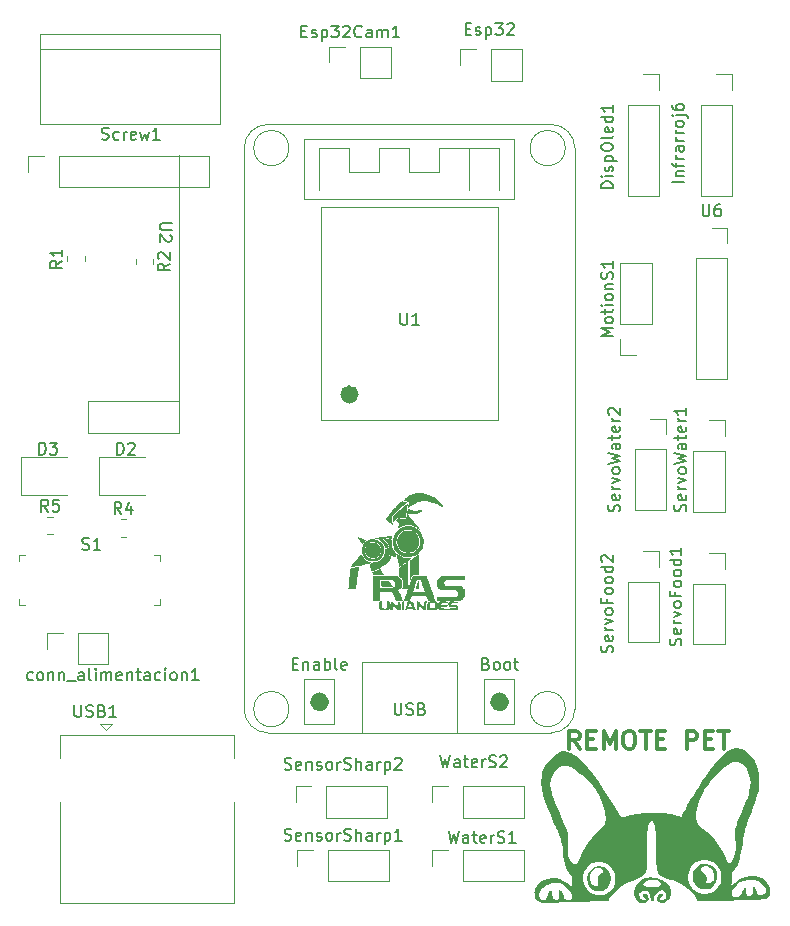
<source format=gbr>
%TF.GenerationSoftware,KiCad,Pcbnew,(6.0.1)*%
%TF.CreationDate,2022-04-27T12:01:47-05:00*%
%TF.ProjectId,RemotePet,52656d6f-7465-4506-9574-2e6b69636164,rev?*%
%TF.SameCoordinates,Original*%
%TF.FileFunction,Legend,Top*%
%TF.FilePolarity,Positive*%
%FSLAX46Y46*%
G04 Gerber Fmt 4.6, Leading zero omitted, Abs format (unit mm)*
G04 Created by KiCad (PCBNEW (6.0.1)) date 2022-04-27 12:01:47*
%MOMM*%
%LPD*%
G01*
G04 APERTURE LIST*
%ADD10C,0.150000*%
%ADD11C,0.300000*%
%ADD12C,0.120000*%
%ADD13C,0.800000*%
%ADD14C,1.000000*%
%ADD15C,0.100000*%
G04 APERTURE END LIST*
D10*
%TO.C,U1*%
X134263095Y-79987380D02*
X134263095Y-80796904D01*
X134310714Y-80892142D01*
X134358333Y-80939761D01*
X134453571Y-80987380D01*
X134644047Y-80987380D01*
X134739285Y-80939761D01*
X134786904Y-80892142D01*
X134834523Y-80796904D01*
X134834523Y-79987380D01*
X135834523Y-80987380D02*
X135263095Y-80987380D01*
X135548809Y-80987380D02*
X135548809Y-79987380D01*
X135453571Y-80130238D01*
X135358333Y-80225476D01*
X135263095Y-80273095D01*
X125143095Y-109673571D02*
X125476428Y-109673571D01*
X125619285Y-110197380D02*
X125143095Y-110197380D01*
X125143095Y-109197380D01*
X125619285Y-109197380D01*
X126047857Y-109530714D02*
X126047857Y-110197380D01*
X126047857Y-109625952D02*
X126095476Y-109578333D01*
X126190714Y-109530714D01*
X126333571Y-109530714D01*
X126428809Y-109578333D01*
X126476428Y-109673571D01*
X126476428Y-110197380D01*
X127381190Y-110197380D02*
X127381190Y-109673571D01*
X127333571Y-109578333D01*
X127238333Y-109530714D01*
X127047857Y-109530714D01*
X126952619Y-109578333D01*
X127381190Y-110149761D02*
X127285952Y-110197380D01*
X127047857Y-110197380D01*
X126952619Y-110149761D01*
X126905000Y-110054523D01*
X126905000Y-109959285D01*
X126952619Y-109864047D01*
X127047857Y-109816428D01*
X127285952Y-109816428D01*
X127381190Y-109768809D01*
X127857380Y-110197380D02*
X127857380Y-109197380D01*
X127857380Y-109578333D02*
X127952619Y-109530714D01*
X128143095Y-109530714D01*
X128238333Y-109578333D01*
X128285952Y-109625952D01*
X128333571Y-109721190D01*
X128333571Y-110006904D01*
X128285952Y-110102142D01*
X128238333Y-110149761D01*
X128143095Y-110197380D01*
X127952619Y-110197380D01*
X127857380Y-110149761D01*
X128905000Y-110197380D02*
X128809761Y-110149761D01*
X128762142Y-110054523D01*
X128762142Y-109197380D01*
X129666904Y-110149761D02*
X129571666Y-110197380D01*
X129381190Y-110197380D01*
X129285952Y-110149761D01*
X129238333Y-110054523D01*
X129238333Y-109673571D01*
X129285952Y-109578333D01*
X129381190Y-109530714D01*
X129571666Y-109530714D01*
X129666904Y-109578333D01*
X129714523Y-109673571D01*
X129714523Y-109768809D01*
X129238333Y-109864047D01*
X133763095Y-113007380D02*
X133763095Y-113816904D01*
X133810714Y-113912142D01*
X133858333Y-113959761D01*
X133953571Y-114007380D01*
X134144047Y-114007380D01*
X134239285Y-113959761D01*
X134286904Y-113912142D01*
X134334523Y-113816904D01*
X134334523Y-113007380D01*
X134763095Y-113959761D02*
X134905952Y-114007380D01*
X135144047Y-114007380D01*
X135239285Y-113959761D01*
X135286904Y-113912142D01*
X135334523Y-113816904D01*
X135334523Y-113721666D01*
X135286904Y-113626428D01*
X135239285Y-113578809D01*
X135144047Y-113531190D01*
X134953571Y-113483571D01*
X134858333Y-113435952D01*
X134810714Y-113388333D01*
X134763095Y-113293095D01*
X134763095Y-113197857D01*
X134810714Y-113102619D01*
X134858333Y-113055000D01*
X134953571Y-113007380D01*
X135191666Y-113007380D01*
X135334523Y-113055000D01*
X136096428Y-113483571D02*
X136239285Y-113531190D01*
X136286904Y-113578809D01*
X136334523Y-113674047D01*
X136334523Y-113816904D01*
X136286904Y-113912142D01*
X136239285Y-113959761D01*
X136144047Y-114007380D01*
X135763095Y-114007380D01*
X135763095Y-113007380D01*
X136096428Y-113007380D01*
X136191666Y-113055000D01*
X136239285Y-113102619D01*
X136286904Y-113197857D01*
X136286904Y-113293095D01*
X136239285Y-113388333D01*
X136191666Y-113435952D01*
X136096428Y-113483571D01*
X135763095Y-113483571D01*
X141525952Y-109673571D02*
X141668809Y-109721190D01*
X141716428Y-109768809D01*
X141764047Y-109864047D01*
X141764047Y-110006904D01*
X141716428Y-110102142D01*
X141668809Y-110149761D01*
X141573571Y-110197380D01*
X141192619Y-110197380D01*
X141192619Y-109197380D01*
X141525952Y-109197380D01*
X141621190Y-109245000D01*
X141668809Y-109292619D01*
X141716428Y-109387857D01*
X141716428Y-109483095D01*
X141668809Y-109578333D01*
X141621190Y-109625952D01*
X141525952Y-109673571D01*
X141192619Y-109673571D01*
X142335476Y-110197380D02*
X142240238Y-110149761D01*
X142192619Y-110102142D01*
X142145000Y-110006904D01*
X142145000Y-109721190D01*
X142192619Y-109625952D01*
X142240238Y-109578333D01*
X142335476Y-109530714D01*
X142478333Y-109530714D01*
X142573571Y-109578333D01*
X142621190Y-109625952D01*
X142668809Y-109721190D01*
X142668809Y-110006904D01*
X142621190Y-110102142D01*
X142573571Y-110149761D01*
X142478333Y-110197380D01*
X142335476Y-110197380D01*
X143240238Y-110197380D02*
X143145000Y-110149761D01*
X143097380Y-110102142D01*
X143049761Y-110006904D01*
X143049761Y-109721190D01*
X143097380Y-109625952D01*
X143145000Y-109578333D01*
X143240238Y-109530714D01*
X143383095Y-109530714D01*
X143478333Y-109578333D01*
X143525952Y-109625952D01*
X143573571Y-109721190D01*
X143573571Y-110006904D01*
X143525952Y-110102142D01*
X143478333Y-110149761D01*
X143383095Y-110197380D01*
X143240238Y-110197380D01*
X143859285Y-109530714D02*
X144240238Y-109530714D01*
X144002142Y-109197380D02*
X144002142Y-110054523D01*
X144049761Y-110149761D01*
X144145000Y-110197380D01*
X144240238Y-110197380D01*
D11*
%TO.C,REMOTE PET*%
X149430571Y-116889428D02*
X148922571Y-116163714D01*
X148559714Y-116889428D02*
X148559714Y-115365428D01*
X149140285Y-115365428D01*
X149285428Y-115438000D01*
X149358000Y-115510571D01*
X149430571Y-115655714D01*
X149430571Y-115873428D01*
X149358000Y-116018571D01*
X149285428Y-116091142D01*
X149140285Y-116163714D01*
X148559714Y-116163714D01*
X150083714Y-116091142D02*
X150591714Y-116091142D01*
X150809428Y-116889428D02*
X150083714Y-116889428D01*
X150083714Y-115365428D01*
X150809428Y-115365428D01*
X151462571Y-116889428D02*
X151462571Y-115365428D01*
X151970571Y-116454000D01*
X152478571Y-115365428D01*
X152478571Y-116889428D01*
X153494571Y-115365428D02*
X153784857Y-115365428D01*
X153930000Y-115438000D01*
X154075142Y-115583142D01*
X154147714Y-115873428D01*
X154147714Y-116381428D01*
X154075142Y-116671714D01*
X153930000Y-116816857D01*
X153784857Y-116889428D01*
X153494571Y-116889428D01*
X153349428Y-116816857D01*
X153204285Y-116671714D01*
X153131714Y-116381428D01*
X153131714Y-115873428D01*
X153204285Y-115583142D01*
X153349428Y-115438000D01*
X153494571Y-115365428D01*
X154583142Y-115365428D02*
X155454000Y-115365428D01*
X155018571Y-116889428D02*
X155018571Y-115365428D01*
X155962000Y-116091142D02*
X156470000Y-116091142D01*
X156687714Y-116889428D02*
X155962000Y-116889428D01*
X155962000Y-115365428D01*
X156687714Y-115365428D01*
X158502000Y-116889428D02*
X158502000Y-115365428D01*
X159082571Y-115365428D01*
X159227714Y-115438000D01*
X159300285Y-115510571D01*
X159372857Y-115655714D01*
X159372857Y-115873428D01*
X159300285Y-116018571D01*
X159227714Y-116091142D01*
X159082571Y-116163714D01*
X158502000Y-116163714D01*
X160026000Y-116091142D02*
X160534000Y-116091142D01*
X160751714Y-116889428D02*
X160026000Y-116889428D01*
X160026000Y-115365428D01*
X160751714Y-115365428D01*
X161187142Y-115365428D02*
X162058000Y-115365428D01*
X161622571Y-116889428D02*
X161622571Y-115365428D01*
D10*
%TO.C,conn_alimentacion1*%
X103124285Y-111029761D02*
X103029047Y-111077380D01*
X102838571Y-111077380D01*
X102743333Y-111029761D01*
X102695714Y-110982142D01*
X102648095Y-110886904D01*
X102648095Y-110601190D01*
X102695714Y-110505952D01*
X102743333Y-110458333D01*
X102838571Y-110410714D01*
X103029047Y-110410714D01*
X103124285Y-110458333D01*
X103695714Y-111077380D02*
X103600476Y-111029761D01*
X103552857Y-110982142D01*
X103505238Y-110886904D01*
X103505238Y-110601190D01*
X103552857Y-110505952D01*
X103600476Y-110458333D01*
X103695714Y-110410714D01*
X103838571Y-110410714D01*
X103933809Y-110458333D01*
X103981428Y-110505952D01*
X104029047Y-110601190D01*
X104029047Y-110886904D01*
X103981428Y-110982142D01*
X103933809Y-111029761D01*
X103838571Y-111077380D01*
X103695714Y-111077380D01*
X104457619Y-110410714D02*
X104457619Y-111077380D01*
X104457619Y-110505952D02*
X104505238Y-110458333D01*
X104600476Y-110410714D01*
X104743333Y-110410714D01*
X104838571Y-110458333D01*
X104886190Y-110553571D01*
X104886190Y-111077380D01*
X105362380Y-110410714D02*
X105362380Y-111077380D01*
X105362380Y-110505952D02*
X105410000Y-110458333D01*
X105505238Y-110410714D01*
X105648095Y-110410714D01*
X105743333Y-110458333D01*
X105790952Y-110553571D01*
X105790952Y-111077380D01*
X106029047Y-111172619D02*
X106790952Y-111172619D01*
X107457619Y-111077380D02*
X107457619Y-110553571D01*
X107410000Y-110458333D01*
X107314761Y-110410714D01*
X107124285Y-110410714D01*
X107029047Y-110458333D01*
X107457619Y-111029761D02*
X107362380Y-111077380D01*
X107124285Y-111077380D01*
X107029047Y-111029761D01*
X106981428Y-110934523D01*
X106981428Y-110839285D01*
X107029047Y-110744047D01*
X107124285Y-110696428D01*
X107362380Y-110696428D01*
X107457619Y-110648809D01*
X108076666Y-111077380D02*
X107981428Y-111029761D01*
X107933809Y-110934523D01*
X107933809Y-110077380D01*
X108457619Y-111077380D02*
X108457619Y-110410714D01*
X108457619Y-110077380D02*
X108410000Y-110125000D01*
X108457619Y-110172619D01*
X108505238Y-110125000D01*
X108457619Y-110077380D01*
X108457619Y-110172619D01*
X108933809Y-111077380D02*
X108933809Y-110410714D01*
X108933809Y-110505952D02*
X108981428Y-110458333D01*
X109076666Y-110410714D01*
X109219523Y-110410714D01*
X109314761Y-110458333D01*
X109362380Y-110553571D01*
X109362380Y-111077380D01*
X109362380Y-110553571D02*
X109410000Y-110458333D01*
X109505238Y-110410714D01*
X109648095Y-110410714D01*
X109743333Y-110458333D01*
X109790952Y-110553571D01*
X109790952Y-111077380D01*
X110648095Y-111029761D02*
X110552857Y-111077380D01*
X110362380Y-111077380D01*
X110267142Y-111029761D01*
X110219523Y-110934523D01*
X110219523Y-110553571D01*
X110267142Y-110458333D01*
X110362380Y-110410714D01*
X110552857Y-110410714D01*
X110648095Y-110458333D01*
X110695714Y-110553571D01*
X110695714Y-110648809D01*
X110219523Y-110744047D01*
X111124285Y-110410714D02*
X111124285Y-111077380D01*
X111124285Y-110505952D02*
X111171904Y-110458333D01*
X111267142Y-110410714D01*
X111410000Y-110410714D01*
X111505238Y-110458333D01*
X111552857Y-110553571D01*
X111552857Y-111077380D01*
X111886190Y-110410714D02*
X112267142Y-110410714D01*
X112029047Y-110077380D02*
X112029047Y-110934523D01*
X112076666Y-111029761D01*
X112171904Y-111077380D01*
X112267142Y-111077380D01*
X113029047Y-111077380D02*
X113029047Y-110553571D01*
X112981428Y-110458333D01*
X112886190Y-110410714D01*
X112695714Y-110410714D01*
X112600476Y-110458333D01*
X113029047Y-111029761D02*
X112933809Y-111077380D01*
X112695714Y-111077380D01*
X112600476Y-111029761D01*
X112552857Y-110934523D01*
X112552857Y-110839285D01*
X112600476Y-110744047D01*
X112695714Y-110696428D01*
X112933809Y-110696428D01*
X113029047Y-110648809D01*
X113933809Y-111029761D02*
X113838571Y-111077380D01*
X113648095Y-111077380D01*
X113552857Y-111029761D01*
X113505238Y-110982142D01*
X113457619Y-110886904D01*
X113457619Y-110601190D01*
X113505238Y-110505952D01*
X113552857Y-110458333D01*
X113648095Y-110410714D01*
X113838571Y-110410714D01*
X113933809Y-110458333D01*
X114362380Y-111077380D02*
X114362380Y-110410714D01*
X114362380Y-110077380D02*
X114314761Y-110125000D01*
X114362380Y-110172619D01*
X114410000Y-110125000D01*
X114362380Y-110077380D01*
X114362380Y-110172619D01*
X114981428Y-111077380D02*
X114886190Y-111029761D01*
X114838571Y-110982142D01*
X114790952Y-110886904D01*
X114790952Y-110601190D01*
X114838571Y-110505952D01*
X114886190Y-110458333D01*
X114981428Y-110410714D01*
X115124285Y-110410714D01*
X115219523Y-110458333D01*
X115267142Y-110505952D01*
X115314761Y-110601190D01*
X115314761Y-110886904D01*
X115267142Y-110982142D01*
X115219523Y-111029761D01*
X115124285Y-111077380D01*
X114981428Y-111077380D01*
X115743333Y-110410714D02*
X115743333Y-111077380D01*
X115743333Y-110505952D02*
X115790952Y-110458333D01*
X115886190Y-110410714D01*
X116029047Y-110410714D01*
X116124285Y-110458333D01*
X116171904Y-110553571D01*
X116171904Y-111077380D01*
X117171904Y-111077380D02*
X116600476Y-111077380D01*
X116886190Y-111077380D02*
X116886190Y-110077380D01*
X116790952Y-110220238D01*
X116695714Y-110315476D01*
X116600476Y-110363095D01*
%TO.C,ServoWater1*%
X158404761Y-96780952D02*
X158452380Y-96638095D01*
X158452380Y-96400000D01*
X158404761Y-96304761D01*
X158357142Y-96257142D01*
X158261904Y-96209523D01*
X158166666Y-96209523D01*
X158071428Y-96257142D01*
X158023809Y-96304761D01*
X157976190Y-96400000D01*
X157928571Y-96590476D01*
X157880952Y-96685714D01*
X157833333Y-96733333D01*
X157738095Y-96780952D01*
X157642857Y-96780952D01*
X157547619Y-96733333D01*
X157500000Y-96685714D01*
X157452380Y-96590476D01*
X157452380Y-96352380D01*
X157500000Y-96209523D01*
X158404761Y-95400000D02*
X158452380Y-95495238D01*
X158452380Y-95685714D01*
X158404761Y-95780952D01*
X158309523Y-95828571D01*
X157928571Y-95828571D01*
X157833333Y-95780952D01*
X157785714Y-95685714D01*
X157785714Y-95495238D01*
X157833333Y-95400000D01*
X157928571Y-95352380D01*
X158023809Y-95352380D01*
X158119047Y-95828571D01*
X158452380Y-94923809D02*
X157785714Y-94923809D01*
X157976190Y-94923809D02*
X157880952Y-94876190D01*
X157833333Y-94828571D01*
X157785714Y-94733333D01*
X157785714Y-94638095D01*
X157785714Y-94400000D02*
X158452380Y-94161904D01*
X157785714Y-93923809D01*
X158452380Y-93400000D02*
X158404761Y-93495238D01*
X158357142Y-93542857D01*
X158261904Y-93590476D01*
X157976190Y-93590476D01*
X157880952Y-93542857D01*
X157833333Y-93495238D01*
X157785714Y-93400000D01*
X157785714Y-93257142D01*
X157833333Y-93161904D01*
X157880952Y-93114285D01*
X157976190Y-93066666D01*
X158261904Y-93066666D01*
X158357142Y-93114285D01*
X158404761Y-93161904D01*
X158452380Y-93257142D01*
X158452380Y-93400000D01*
X157452380Y-92733333D02*
X158452380Y-92495238D01*
X157738095Y-92304761D01*
X158452380Y-92114285D01*
X157452380Y-91876190D01*
X158452380Y-91066666D02*
X157928571Y-91066666D01*
X157833333Y-91114285D01*
X157785714Y-91209523D01*
X157785714Y-91400000D01*
X157833333Y-91495238D01*
X158404761Y-91066666D02*
X158452380Y-91161904D01*
X158452380Y-91400000D01*
X158404761Y-91495238D01*
X158309523Y-91542857D01*
X158214285Y-91542857D01*
X158119047Y-91495238D01*
X158071428Y-91400000D01*
X158071428Y-91161904D01*
X158023809Y-91066666D01*
X157785714Y-90733333D02*
X157785714Y-90352380D01*
X157452380Y-90590476D02*
X158309523Y-90590476D01*
X158404761Y-90542857D01*
X158452380Y-90447619D01*
X158452380Y-90352380D01*
X158404761Y-89638095D02*
X158452380Y-89733333D01*
X158452380Y-89923809D01*
X158404761Y-90019047D01*
X158309523Y-90066666D01*
X157928571Y-90066666D01*
X157833333Y-90019047D01*
X157785714Y-89923809D01*
X157785714Y-89733333D01*
X157833333Y-89638095D01*
X157928571Y-89590476D01*
X158023809Y-89590476D01*
X158119047Y-90066666D01*
X158452380Y-89161904D02*
X157785714Y-89161904D01*
X157976190Y-89161904D02*
X157880952Y-89114285D01*
X157833333Y-89066666D01*
X157785714Y-88971428D01*
X157785714Y-88876190D01*
X158452380Y-88019047D02*
X158452380Y-88590476D01*
X158452380Y-88304761D02*
X157452380Y-88304761D01*
X157595238Y-88400000D01*
X157690476Y-88495238D01*
X157738095Y-88590476D01*
%TO.C,Screw1*%
X108977619Y-65254761D02*
X109120476Y-65302380D01*
X109358571Y-65302380D01*
X109453809Y-65254761D01*
X109501428Y-65207142D01*
X109549047Y-65111904D01*
X109549047Y-65016666D01*
X109501428Y-64921428D01*
X109453809Y-64873809D01*
X109358571Y-64826190D01*
X109168095Y-64778571D01*
X109072857Y-64730952D01*
X109025238Y-64683333D01*
X108977619Y-64588095D01*
X108977619Y-64492857D01*
X109025238Y-64397619D01*
X109072857Y-64350000D01*
X109168095Y-64302380D01*
X109406190Y-64302380D01*
X109549047Y-64350000D01*
X110406190Y-65254761D02*
X110310952Y-65302380D01*
X110120476Y-65302380D01*
X110025238Y-65254761D01*
X109977619Y-65207142D01*
X109930000Y-65111904D01*
X109930000Y-64826190D01*
X109977619Y-64730952D01*
X110025238Y-64683333D01*
X110120476Y-64635714D01*
X110310952Y-64635714D01*
X110406190Y-64683333D01*
X110834761Y-65302380D02*
X110834761Y-64635714D01*
X110834761Y-64826190D02*
X110882380Y-64730952D01*
X110930000Y-64683333D01*
X111025238Y-64635714D01*
X111120476Y-64635714D01*
X111834761Y-65254761D02*
X111739523Y-65302380D01*
X111549047Y-65302380D01*
X111453809Y-65254761D01*
X111406190Y-65159523D01*
X111406190Y-64778571D01*
X111453809Y-64683333D01*
X111549047Y-64635714D01*
X111739523Y-64635714D01*
X111834761Y-64683333D01*
X111882380Y-64778571D01*
X111882380Y-64873809D01*
X111406190Y-64969047D01*
X112215714Y-64635714D02*
X112406190Y-65302380D01*
X112596666Y-64826190D01*
X112787142Y-65302380D01*
X112977619Y-64635714D01*
X113882380Y-65302380D02*
X113310952Y-65302380D01*
X113596666Y-65302380D02*
X113596666Y-64302380D01*
X113501428Y-64445238D01*
X113406190Y-64540476D01*
X113310952Y-64588095D01*
%TO.C,R1*%
X105602380Y-75566666D02*
X105126190Y-75900000D01*
X105602380Y-76138095D02*
X104602380Y-76138095D01*
X104602380Y-75757142D01*
X104650000Y-75661904D01*
X104697619Y-75614285D01*
X104792857Y-75566666D01*
X104935714Y-75566666D01*
X105030952Y-75614285D01*
X105078571Y-75661904D01*
X105126190Y-75757142D01*
X105126190Y-76138095D01*
X105602380Y-74614285D02*
X105602380Y-75185714D01*
X105602380Y-74900000D02*
X104602380Y-74900000D01*
X104745238Y-74995238D01*
X104840476Y-75090476D01*
X104888095Y-75185714D01*
%TO.C,ServoWater2*%
X152804761Y-96780952D02*
X152852380Y-96638095D01*
X152852380Y-96400000D01*
X152804761Y-96304761D01*
X152757142Y-96257142D01*
X152661904Y-96209523D01*
X152566666Y-96209523D01*
X152471428Y-96257142D01*
X152423809Y-96304761D01*
X152376190Y-96400000D01*
X152328571Y-96590476D01*
X152280952Y-96685714D01*
X152233333Y-96733333D01*
X152138095Y-96780952D01*
X152042857Y-96780952D01*
X151947619Y-96733333D01*
X151900000Y-96685714D01*
X151852380Y-96590476D01*
X151852380Y-96352380D01*
X151900000Y-96209523D01*
X152804761Y-95400000D02*
X152852380Y-95495238D01*
X152852380Y-95685714D01*
X152804761Y-95780952D01*
X152709523Y-95828571D01*
X152328571Y-95828571D01*
X152233333Y-95780952D01*
X152185714Y-95685714D01*
X152185714Y-95495238D01*
X152233333Y-95400000D01*
X152328571Y-95352380D01*
X152423809Y-95352380D01*
X152519047Y-95828571D01*
X152852380Y-94923809D02*
X152185714Y-94923809D01*
X152376190Y-94923809D02*
X152280952Y-94876190D01*
X152233333Y-94828571D01*
X152185714Y-94733333D01*
X152185714Y-94638095D01*
X152185714Y-94400000D02*
X152852380Y-94161904D01*
X152185714Y-93923809D01*
X152852380Y-93400000D02*
X152804761Y-93495238D01*
X152757142Y-93542857D01*
X152661904Y-93590476D01*
X152376190Y-93590476D01*
X152280952Y-93542857D01*
X152233333Y-93495238D01*
X152185714Y-93400000D01*
X152185714Y-93257142D01*
X152233333Y-93161904D01*
X152280952Y-93114285D01*
X152376190Y-93066666D01*
X152661904Y-93066666D01*
X152757142Y-93114285D01*
X152804761Y-93161904D01*
X152852380Y-93257142D01*
X152852380Y-93400000D01*
X151852380Y-92733333D02*
X152852380Y-92495238D01*
X152138095Y-92304761D01*
X152852380Y-92114285D01*
X151852380Y-91876190D01*
X152852380Y-91066666D02*
X152328571Y-91066666D01*
X152233333Y-91114285D01*
X152185714Y-91209523D01*
X152185714Y-91400000D01*
X152233333Y-91495238D01*
X152804761Y-91066666D02*
X152852380Y-91161904D01*
X152852380Y-91400000D01*
X152804761Y-91495238D01*
X152709523Y-91542857D01*
X152614285Y-91542857D01*
X152519047Y-91495238D01*
X152471428Y-91400000D01*
X152471428Y-91161904D01*
X152423809Y-91066666D01*
X152185714Y-90733333D02*
X152185714Y-90352380D01*
X151852380Y-90590476D02*
X152709523Y-90590476D01*
X152804761Y-90542857D01*
X152852380Y-90447619D01*
X152852380Y-90352380D01*
X152804761Y-89638095D02*
X152852380Y-89733333D01*
X152852380Y-89923809D01*
X152804761Y-90019047D01*
X152709523Y-90066666D01*
X152328571Y-90066666D01*
X152233333Y-90019047D01*
X152185714Y-89923809D01*
X152185714Y-89733333D01*
X152233333Y-89638095D01*
X152328571Y-89590476D01*
X152423809Y-89590476D01*
X152519047Y-90066666D01*
X152852380Y-89161904D02*
X152185714Y-89161904D01*
X152376190Y-89161904D02*
X152280952Y-89114285D01*
X152233333Y-89066666D01*
X152185714Y-88971428D01*
X152185714Y-88876190D01*
X151947619Y-88590476D02*
X151900000Y-88542857D01*
X151852380Y-88447619D01*
X151852380Y-88209523D01*
X151900000Y-88114285D01*
X151947619Y-88066666D01*
X152042857Y-88019047D01*
X152138095Y-88019047D01*
X152280952Y-88066666D01*
X152852380Y-88638095D01*
X152852380Y-88019047D01*
%TO.C,D3*%
X103661904Y-91972380D02*
X103661904Y-90972380D01*
X103900000Y-90972380D01*
X104042857Y-91020000D01*
X104138095Y-91115238D01*
X104185714Y-91210476D01*
X104233333Y-91400952D01*
X104233333Y-91543809D01*
X104185714Y-91734285D01*
X104138095Y-91829523D01*
X104042857Y-91924761D01*
X103900000Y-91972380D01*
X103661904Y-91972380D01*
X104566666Y-90972380D02*
X105185714Y-90972380D01*
X104852380Y-91353333D01*
X104995238Y-91353333D01*
X105090476Y-91400952D01*
X105138095Y-91448571D01*
X105185714Y-91543809D01*
X105185714Y-91781904D01*
X105138095Y-91877142D01*
X105090476Y-91924761D01*
X104995238Y-91972380D01*
X104709523Y-91972380D01*
X104614285Y-91924761D01*
X104566666Y-91877142D01*
%TO.C,S1*%
X107328095Y-99984761D02*
X107470952Y-100032380D01*
X107709047Y-100032380D01*
X107804285Y-99984761D01*
X107851904Y-99937142D01*
X107899523Y-99841904D01*
X107899523Y-99746666D01*
X107851904Y-99651428D01*
X107804285Y-99603809D01*
X107709047Y-99556190D01*
X107518571Y-99508571D01*
X107423333Y-99460952D01*
X107375714Y-99413333D01*
X107328095Y-99318095D01*
X107328095Y-99222857D01*
X107375714Y-99127619D01*
X107423333Y-99080000D01*
X107518571Y-99032380D01*
X107756666Y-99032380D01*
X107899523Y-99080000D01*
X108851904Y-100032380D02*
X108280476Y-100032380D01*
X108566190Y-100032380D02*
X108566190Y-99032380D01*
X108470952Y-99175238D01*
X108375714Y-99270476D01*
X108280476Y-99318095D01*
%TO.C,WaterS1*%
X138342857Y-123852380D02*
X138580952Y-124852380D01*
X138771428Y-124138095D01*
X138961904Y-124852380D01*
X139200000Y-123852380D01*
X140009523Y-124852380D02*
X140009523Y-124328571D01*
X139961904Y-124233333D01*
X139866666Y-124185714D01*
X139676190Y-124185714D01*
X139580952Y-124233333D01*
X140009523Y-124804761D02*
X139914285Y-124852380D01*
X139676190Y-124852380D01*
X139580952Y-124804761D01*
X139533333Y-124709523D01*
X139533333Y-124614285D01*
X139580952Y-124519047D01*
X139676190Y-124471428D01*
X139914285Y-124471428D01*
X140009523Y-124423809D01*
X140342857Y-124185714D02*
X140723809Y-124185714D01*
X140485714Y-123852380D02*
X140485714Y-124709523D01*
X140533333Y-124804761D01*
X140628571Y-124852380D01*
X140723809Y-124852380D01*
X141438095Y-124804761D02*
X141342857Y-124852380D01*
X141152380Y-124852380D01*
X141057142Y-124804761D01*
X141009523Y-124709523D01*
X141009523Y-124328571D01*
X141057142Y-124233333D01*
X141152380Y-124185714D01*
X141342857Y-124185714D01*
X141438095Y-124233333D01*
X141485714Y-124328571D01*
X141485714Y-124423809D01*
X141009523Y-124519047D01*
X141914285Y-124852380D02*
X141914285Y-124185714D01*
X141914285Y-124376190D02*
X141961904Y-124280952D01*
X142009523Y-124233333D01*
X142104761Y-124185714D01*
X142200000Y-124185714D01*
X142485714Y-124804761D02*
X142628571Y-124852380D01*
X142866666Y-124852380D01*
X142961904Y-124804761D01*
X143009523Y-124757142D01*
X143057142Y-124661904D01*
X143057142Y-124566666D01*
X143009523Y-124471428D01*
X142961904Y-124423809D01*
X142866666Y-124376190D01*
X142676190Y-124328571D01*
X142580952Y-124280952D01*
X142533333Y-124233333D01*
X142485714Y-124138095D01*
X142485714Y-124042857D01*
X142533333Y-123947619D01*
X142580952Y-123900000D01*
X142676190Y-123852380D01*
X142914285Y-123852380D01*
X143057142Y-123900000D01*
X144009523Y-124852380D02*
X143438095Y-124852380D01*
X143723809Y-124852380D02*
X143723809Y-123852380D01*
X143628571Y-123995238D01*
X143533333Y-124090476D01*
X143438095Y-124138095D01*
%TO.C,U2*%
X114877619Y-72383095D02*
X114068095Y-72383095D01*
X113972857Y-72430714D01*
X113925238Y-72478333D01*
X113877619Y-72573571D01*
X113877619Y-72764047D01*
X113925238Y-72859285D01*
X113972857Y-72906904D01*
X114068095Y-72954523D01*
X114877619Y-72954523D01*
X114782380Y-73383095D02*
X114830000Y-73430714D01*
X114877619Y-73525952D01*
X114877619Y-73764047D01*
X114830000Y-73859285D01*
X114782380Y-73906904D01*
X114687142Y-73954523D01*
X114591904Y-73954523D01*
X114449047Y-73906904D01*
X113877619Y-73335476D01*
X113877619Y-73954523D01*
%TO.C,WaterS2*%
X137617857Y-117452380D02*
X137855952Y-118452380D01*
X138046428Y-117738095D01*
X138236904Y-118452380D01*
X138475000Y-117452380D01*
X139284523Y-118452380D02*
X139284523Y-117928571D01*
X139236904Y-117833333D01*
X139141666Y-117785714D01*
X138951190Y-117785714D01*
X138855952Y-117833333D01*
X139284523Y-118404761D02*
X139189285Y-118452380D01*
X138951190Y-118452380D01*
X138855952Y-118404761D01*
X138808333Y-118309523D01*
X138808333Y-118214285D01*
X138855952Y-118119047D01*
X138951190Y-118071428D01*
X139189285Y-118071428D01*
X139284523Y-118023809D01*
X139617857Y-117785714D02*
X139998809Y-117785714D01*
X139760714Y-117452380D02*
X139760714Y-118309523D01*
X139808333Y-118404761D01*
X139903571Y-118452380D01*
X139998809Y-118452380D01*
X140713095Y-118404761D02*
X140617857Y-118452380D01*
X140427380Y-118452380D01*
X140332142Y-118404761D01*
X140284523Y-118309523D01*
X140284523Y-117928571D01*
X140332142Y-117833333D01*
X140427380Y-117785714D01*
X140617857Y-117785714D01*
X140713095Y-117833333D01*
X140760714Y-117928571D01*
X140760714Y-118023809D01*
X140284523Y-118119047D01*
X141189285Y-118452380D02*
X141189285Y-117785714D01*
X141189285Y-117976190D02*
X141236904Y-117880952D01*
X141284523Y-117833333D01*
X141379761Y-117785714D01*
X141475000Y-117785714D01*
X141760714Y-118404761D02*
X141903571Y-118452380D01*
X142141666Y-118452380D01*
X142236904Y-118404761D01*
X142284523Y-118357142D01*
X142332142Y-118261904D01*
X142332142Y-118166666D01*
X142284523Y-118071428D01*
X142236904Y-118023809D01*
X142141666Y-117976190D01*
X141951190Y-117928571D01*
X141855952Y-117880952D01*
X141808333Y-117833333D01*
X141760714Y-117738095D01*
X141760714Y-117642857D01*
X141808333Y-117547619D01*
X141855952Y-117500000D01*
X141951190Y-117452380D01*
X142189285Y-117452380D01*
X142332142Y-117500000D01*
X142713095Y-117547619D02*
X142760714Y-117500000D01*
X142855952Y-117452380D01*
X143094047Y-117452380D01*
X143189285Y-117500000D01*
X143236904Y-117547619D01*
X143284523Y-117642857D01*
X143284523Y-117738095D01*
X143236904Y-117880952D01*
X142665476Y-118452380D01*
X143284523Y-118452380D01*
%TO.C,ServoFood2*%
X152204761Y-108719047D02*
X152252380Y-108576190D01*
X152252380Y-108338095D01*
X152204761Y-108242857D01*
X152157142Y-108195238D01*
X152061904Y-108147619D01*
X151966666Y-108147619D01*
X151871428Y-108195238D01*
X151823809Y-108242857D01*
X151776190Y-108338095D01*
X151728571Y-108528571D01*
X151680952Y-108623809D01*
X151633333Y-108671428D01*
X151538095Y-108719047D01*
X151442857Y-108719047D01*
X151347619Y-108671428D01*
X151300000Y-108623809D01*
X151252380Y-108528571D01*
X151252380Y-108290476D01*
X151300000Y-108147619D01*
X152204761Y-107338095D02*
X152252380Y-107433333D01*
X152252380Y-107623809D01*
X152204761Y-107719047D01*
X152109523Y-107766666D01*
X151728571Y-107766666D01*
X151633333Y-107719047D01*
X151585714Y-107623809D01*
X151585714Y-107433333D01*
X151633333Y-107338095D01*
X151728571Y-107290476D01*
X151823809Y-107290476D01*
X151919047Y-107766666D01*
X152252380Y-106861904D02*
X151585714Y-106861904D01*
X151776190Y-106861904D02*
X151680952Y-106814285D01*
X151633333Y-106766666D01*
X151585714Y-106671428D01*
X151585714Y-106576190D01*
X151585714Y-106338095D02*
X152252380Y-106100000D01*
X151585714Y-105861904D01*
X152252380Y-105338095D02*
X152204761Y-105433333D01*
X152157142Y-105480952D01*
X152061904Y-105528571D01*
X151776190Y-105528571D01*
X151680952Y-105480952D01*
X151633333Y-105433333D01*
X151585714Y-105338095D01*
X151585714Y-105195238D01*
X151633333Y-105100000D01*
X151680952Y-105052380D01*
X151776190Y-105004761D01*
X152061904Y-105004761D01*
X152157142Y-105052380D01*
X152204761Y-105100000D01*
X152252380Y-105195238D01*
X152252380Y-105338095D01*
X151728571Y-104242857D02*
X151728571Y-104576190D01*
X152252380Y-104576190D02*
X151252380Y-104576190D01*
X151252380Y-104100000D01*
X152252380Y-103576190D02*
X152204761Y-103671428D01*
X152157142Y-103719047D01*
X152061904Y-103766666D01*
X151776190Y-103766666D01*
X151680952Y-103719047D01*
X151633333Y-103671428D01*
X151585714Y-103576190D01*
X151585714Y-103433333D01*
X151633333Y-103338095D01*
X151680952Y-103290476D01*
X151776190Y-103242857D01*
X152061904Y-103242857D01*
X152157142Y-103290476D01*
X152204761Y-103338095D01*
X152252380Y-103433333D01*
X152252380Y-103576190D01*
X152252380Y-102671428D02*
X152204761Y-102766666D01*
X152157142Y-102814285D01*
X152061904Y-102861904D01*
X151776190Y-102861904D01*
X151680952Y-102814285D01*
X151633333Y-102766666D01*
X151585714Y-102671428D01*
X151585714Y-102528571D01*
X151633333Y-102433333D01*
X151680952Y-102385714D01*
X151776190Y-102338095D01*
X152061904Y-102338095D01*
X152157142Y-102385714D01*
X152204761Y-102433333D01*
X152252380Y-102528571D01*
X152252380Y-102671428D01*
X152252380Y-101480952D02*
X151252380Y-101480952D01*
X152204761Y-101480952D02*
X152252380Y-101576190D01*
X152252380Y-101766666D01*
X152204761Y-101861904D01*
X152157142Y-101909523D01*
X152061904Y-101957142D01*
X151776190Y-101957142D01*
X151680952Y-101909523D01*
X151633333Y-101861904D01*
X151585714Y-101766666D01*
X151585714Y-101576190D01*
X151633333Y-101480952D01*
X151347619Y-101052380D02*
X151300000Y-101004761D01*
X151252380Y-100909523D01*
X151252380Y-100671428D01*
X151300000Y-100576190D01*
X151347619Y-100528571D01*
X151442857Y-100480952D01*
X151538095Y-100480952D01*
X151680952Y-100528571D01*
X152252380Y-101100000D01*
X152252380Y-100480952D01*
%TO.C,R5*%
X104433333Y-96802380D02*
X104100000Y-96326190D01*
X103861904Y-96802380D02*
X103861904Y-95802380D01*
X104242857Y-95802380D01*
X104338095Y-95850000D01*
X104385714Y-95897619D01*
X104433333Y-95992857D01*
X104433333Y-96135714D01*
X104385714Y-96230952D01*
X104338095Y-96278571D01*
X104242857Y-96326190D01*
X103861904Y-96326190D01*
X105338095Y-95802380D02*
X104861904Y-95802380D01*
X104814285Y-96278571D01*
X104861904Y-96230952D01*
X104957142Y-96183333D01*
X105195238Y-96183333D01*
X105290476Y-96230952D01*
X105338095Y-96278571D01*
X105385714Y-96373809D01*
X105385714Y-96611904D01*
X105338095Y-96707142D01*
X105290476Y-96754761D01*
X105195238Y-96802380D01*
X104957142Y-96802380D01*
X104861904Y-96754761D01*
X104814285Y-96707142D01*
%TO.C,R4*%
X110633333Y-97002380D02*
X110300000Y-96526190D01*
X110061904Y-97002380D02*
X110061904Y-96002380D01*
X110442857Y-96002380D01*
X110538095Y-96050000D01*
X110585714Y-96097619D01*
X110633333Y-96192857D01*
X110633333Y-96335714D01*
X110585714Y-96430952D01*
X110538095Y-96478571D01*
X110442857Y-96526190D01*
X110061904Y-96526190D01*
X111490476Y-96335714D02*
X111490476Y-97002380D01*
X111252380Y-95954761D02*
X111014285Y-96669047D01*
X111633333Y-96669047D01*
%TO.C,D2*%
X110261904Y-91972380D02*
X110261904Y-90972380D01*
X110500000Y-90972380D01*
X110642857Y-91020000D01*
X110738095Y-91115238D01*
X110785714Y-91210476D01*
X110833333Y-91400952D01*
X110833333Y-91543809D01*
X110785714Y-91734285D01*
X110738095Y-91829523D01*
X110642857Y-91924761D01*
X110500000Y-91972380D01*
X110261904Y-91972380D01*
X111214285Y-91067619D02*
X111261904Y-91020000D01*
X111357142Y-90972380D01*
X111595238Y-90972380D01*
X111690476Y-91020000D01*
X111738095Y-91067619D01*
X111785714Y-91162857D01*
X111785714Y-91258095D01*
X111738095Y-91400952D01*
X111166666Y-91972380D01*
X111785714Y-91972380D01*
%TO.C,Esp32Cam1*%
X125880952Y-56128571D02*
X126214285Y-56128571D01*
X126357142Y-56652380D02*
X125880952Y-56652380D01*
X125880952Y-55652380D01*
X126357142Y-55652380D01*
X126738095Y-56604761D02*
X126833333Y-56652380D01*
X127023809Y-56652380D01*
X127119047Y-56604761D01*
X127166666Y-56509523D01*
X127166666Y-56461904D01*
X127119047Y-56366666D01*
X127023809Y-56319047D01*
X126880952Y-56319047D01*
X126785714Y-56271428D01*
X126738095Y-56176190D01*
X126738095Y-56128571D01*
X126785714Y-56033333D01*
X126880952Y-55985714D01*
X127023809Y-55985714D01*
X127119047Y-56033333D01*
X127595238Y-55985714D02*
X127595238Y-56985714D01*
X127595238Y-56033333D02*
X127690476Y-55985714D01*
X127880952Y-55985714D01*
X127976190Y-56033333D01*
X128023809Y-56080952D01*
X128071428Y-56176190D01*
X128071428Y-56461904D01*
X128023809Y-56557142D01*
X127976190Y-56604761D01*
X127880952Y-56652380D01*
X127690476Y-56652380D01*
X127595238Y-56604761D01*
X128404761Y-55652380D02*
X129023809Y-55652380D01*
X128690476Y-56033333D01*
X128833333Y-56033333D01*
X128928571Y-56080952D01*
X128976190Y-56128571D01*
X129023809Y-56223809D01*
X129023809Y-56461904D01*
X128976190Y-56557142D01*
X128928571Y-56604761D01*
X128833333Y-56652380D01*
X128547619Y-56652380D01*
X128452380Y-56604761D01*
X128404761Y-56557142D01*
X129404761Y-55747619D02*
X129452380Y-55700000D01*
X129547619Y-55652380D01*
X129785714Y-55652380D01*
X129880952Y-55700000D01*
X129928571Y-55747619D01*
X129976190Y-55842857D01*
X129976190Y-55938095D01*
X129928571Y-56080952D01*
X129357142Y-56652380D01*
X129976190Y-56652380D01*
X130976190Y-56557142D02*
X130928571Y-56604761D01*
X130785714Y-56652380D01*
X130690476Y-56652380D01*
X130547619Y-56604761D01*
X130452380Y-56509523D01*
X130404761Y-56414285D01*
X130357142Y-56223809D01*
X130357142Y-56080952D01*
X130404761Y-55890476D01*
X130452380Y-55795238D01*
X130547619Y-55700000D01*
X130690476Y-55652380D01*
X130785714Y-55652380D01*
X130928571Y-55700000D01*
X130976190Y-55747619D01*
X131833333Y-56652380D02*
X131833333Y-56128571D01*
X131785714Y-56033333D01*
X131690476Y-55985714D01*
X131500000Y-55985714D01*
X131404761Y-56033333D01*
X131833333Y-56604761D02*
X131738095Y-56652380D01*
X131500000Y-56652380D01*
X131404761Y-56604761D01*
X131357142Y-56509523D01*
X131357142Y-56414285D01*
X131404761Y-56319047D01*
X131500000Y-56271428D01*
X131738095Y-56271428D01*
X131833333Y-56223809D01*
X132309523Y-56652380D02*
X132309523Y-55985714D01*
X132309523Y-56080952D02*
X132357142Y-56033333D01*
X132452380Y-55985714D01*
X132595238Y-55985714D01*
X132690476Y-56033333D01*
X132738095Y-56128571D01*
X132738095Y-56652380D01*
X132738095Y-56128571D02*
X132785714Y-56033333D01*
X132880952Y-55985714D01*
X133023809Y-55985714D01*
X133119047Y-56033333D01*
X133166666Y-56128571D01*
X133166666Y-56652380D01*
X134166666Y-56652380D02*
X133595238Y-56652380D01*
X133880952Y-56652380D02*
X133880952Y-55652380D01*
X133785714Y-55795238D01*
X133690476Y-55890476D01*
X133595238Y-55938095D01*
%TO.C,ServoFood1*%
X158004761Y-108119047D02*
X158052380Y-107976190D01*
X158052380Y-107738095D01*
X158004761Y-107642857D01*
X157957142Y-107595238D01*
X157861904Y-107547619D01*
X157766666Y-107547619D01*
X157671428Y-107595238D01*
X157623809Y-107642857D01*
X157576190Y-107738095D01*
X157528571Y-107928571D01*
X157480952Y-108023809D01*
X157433333Y-108071428D01*
X157338095Y-108119047D01*
X157242857Y-108119047D01*
X157147619Y-108071428D01*
X157100000Y-108023809D01*
X157052380Y-107928571D01*
X157052380Y-107690476D01*
X157100000Y-107547619D01*
X158004761Y-106738095D02*
X158052380Y-106833333D01*
X158052380Y-107023809D01*
X158004761Y-107119047D01*
X157909523Y-107166666D01*
X157528571Y-107166666D01*
X157433333Y-107119047D01*
X157385714Y-107023809D01*
X157385714Y-106833333D01*
X157433333Y-106738095D01*
X157528571Y-106690476D01*
X157623809Y-106690476D01*
X157719047Y-107166666D01*
X158052380Y-106261904D02*
X157385714Y-106261904D01*
X157576190Y-106261904D02*
X157480952Y-106214285D01*
X157433333Y-106166666D01*
X157385714Y-106071428D01*
X157385714Y-105976190D01*
X157385714Y-105738095D02*
X158052380Y-105500000D01*
X157385714Y-105261904D01*
X158052380Y-104738095D02*
X158004761Y-104833333D01*
X157957142Y-104880952D01*
X157861904Y-104928571D01*
X157576190Y-104928571D01*
X157480952Y-104880952D01*
X157433333Y-104833333D01*
X157385714Y-104738095D01*
X157385714Y-104595238D01*
X157433333Y-104500000D01*
X157480952Y-104452380D01*
X157576190Y-104404761D01*
X157861904Y-104404761D01*
X157957142Y-104452380D01*
X158004761Y-104500000D01*
X158052380Y-104595238D01*
X158052380Y-104738095D01*
X157528571Y-103642857D02*
X157528571Y-103976190D01*
X158052380Y-103976190D02*
X157052380Y-103976190D01*
X157052380Y-103500000D01*
X158052380Y-102976190D02*
X158004761Y-103071428D01*
X157957142Y-103119047D01*
X157861904Y-103166666D01*
X157576190Y-103166666D01*
X157480952Y-103119047D01*
X157433333Y-103071428D01*
X157385714Y-102976190D01*
X157385714Y-102833333D01*
X157433333Y-102738095D01*
X157480952Y-102690476D01*
X157576190Y-102642857D01*
X157861904Y-102642857D01*
X157957142Y-102690476D01*
X158004761Y-102738095D01*
X158052380Y-102833333D01*
X158052380Y-102976190D01*
X158052380Y-102071428D02*
X158004761Y-102166666D01*
X157957142Y-102214285D01*
X157861904Y-102261904D01*
X157576190Y-102261904D01*
X157480952Y-102214285D01*
X157433333Y-102166666D01*
X157385714Y-102071428D01*
X157385714Y-101928571D01*
X157433333Y-101833333D01*
X157480952Y-101785714D01*
X157576190Y-101738095D01*
X157861904Y-101738095D01*
X157957142Y-101785714D01*
X158004761Y-101833333D01*
X158052380Y-101928571D01*
X158052380Y-102071428D01*
X158052380Y-100880952D02*
X157052380Y-100880952D01*
X158004761Y-100880952D02*
X158052380Y-100976190D01*
X158052380Y-101166666D01*
X158004761Y-101261904D01*
X157957142Y-101309523D01*
X157861904Y-101357142D01*
X157576190Y-101357142D01*
X157480952Y-101309523D01*
X157433333Y-101261904D01*
X157385714Y-101166666D01*
X157385714Y-100976190D01*
X157433333Y-100880952D01*
X158052380Y-99880952D02*
X158052380Y-100452380D01*
X158052380Y-100166666D02*
X157052380Y-100166666D01*
X157195238Y-100261904D01*
X157290476Y-100357142D01*
X157338095Y-100452380D01*
%TO.C,R2*%
X114712380Y-75801666D02*
X114236190Y-76135000D01*
X114712380Y-76373095D02*
X113712380Y-76373095D01*
X113712380Y-75992142D01*
X113760000Y-75896904D01*
X113807619Y-75849285D01*
X113902857Y-75801666D01*
X114045714Y-75801666D01*
X114140952Y-75849285D01*
X114188571Y-75896904D01*
X114236190Y-75992142D01*
X114236190Y-76373095D01*
X113807619Y-75420714D02*
X113760000Y-75373095D01*
X113712380Y-75277857D01*
X113712380Y-75039761D01*
X113760000Y-74944523D01*
X113807619Y-74896904D01*
X113902857Y-74849285D01*
X113998095Y-74849285D01*
X114140952Y-74896904D01*
X114712380Y-75468333D01*
X114712380Y-74849285D01*
%TO.C,Infrarroj6*%
X158252380Y-68885714D02*
X157252380Y-68885714D01*
X157585714Y-68409523D02*
X158252380Y-68409523D01*
X157680952Y-68409523D02*
X157633333Y-68361904D01*
X157585714Y-68266666D01*
X157585714Y-68123809D01*
X157633333Y-68028571D01*
X157728571Y-67980952D01*
X158252380Y-67980952D01*
X157585714Y-67647619D02*
X157585714Y-67266666D01*
X158252380Y-67504761D02*
X157395238Y-67504761D01*
X157300000Y-67457142D01*
X157252380Y-67361904D01*
X157252380Y-67266666D01*
X158252380Y-66933333D02*
X157585714Y-66933333D01*
X157776190Y-66933333D02*
X157680952Y-66885714D01*
X157633333Y-66838095D01*
X157585714Y-66742857D01*
X157585714Y-66647619D01*
X158252380Y-65885714D02*
X157728571Y-65885714D01*
X157633333Y-65933333D01*
X157585714Y-66028571D01*
X157585714Y-66219047D01*
X157633333Y-66314285D01*
X158204761Y-65885714D02*
X158252380Y-65980952D01*
X158252380Y-66219047D01*
X158204761Y-66314285D01*
X158109523Y-66361904D01*
X158014285Y-66361904D01*
X157919047Y-66314285D01*
X157871428Y-66219047D01*
X157871428Y-65980952D01*
X157823809Y-65885714D01*
X158252380Y-65409523D02*
X157585714Y-65409523D01*
X157776190Y-65409523D02*
X157680952Y-65361904D01*
X157633333Y-65314285D01*
X157585714Y-65219047D01*
X157585714Y-65123809D01*
X158252380Y-64790476D02*
X157585714Y-64790476D01*
X157776190Y-64790476D02*
X157680952Y-64742857D01*
X157633333Y-64695238D01*
X157585714Y-64600000D01*
X157585714Y-64504761D01*
X158252380Y-64028571D02*
X158204761Y-64123809D01*
X158157142Y-64171428D01*
X158061904Y-64219047D01*
X157776190Y-64219047D01*
X157680952Y-64171428D01*
X157633333Y-64123809D01*
X157585714Y-64028571D01*
X157585714Y-63885714D01*
X157633333Y-63790476D01*
X157680952Y-63742857D01*
X157776190Y-63695238D01*
X158061904Y-63695238D01*
X158157142Y-63742857D01*
X158204761Y-63790476D01*
X158252380Y-63885714D01*
X158252380Y-64028571D01*
X157585714Y-63266666D02*
X158442857Y-63266666D01*
X158538095Y-63314285D01*
X158585714Y-63409523D01*
X158585714Y-63457142D01*
X157252380Y-63266666D02*
X157300000Y-63314285D01*
X157347619Y-63266666D01*
X157300000Y-63219047D01*
X157252380Y-63266666D01*
X157347619Y-63266666D01*
X157252380Y-62361904D02*
X157252380Y-62552380D01*
X157300000Y-62647619D01*
X157347619Y-62695238D01*
X157490476Y-62790476D01*
X157680952Y-62838095D01*
X158061904Y-62838095D01*
X158157142Y-62790476D01*
X158204761Y-62742857D01*
X158252380Y-62647619D01*
X158252380Y-62457142D01*
X158204761Y-62361904D01*
X158157142Y-62314285D01*
X158061904Y-62266666D01*
X157823809Y-62266666D01*
X157728571Y-62314285D01*
X157680952Y-62361904D01*
X157633333Y-62457142D01*
X157633333Y-62647619D01*
X157680952Y-62742857D01*
X157728571Y-62790476D01*
X157823809Y-62838095D01*
%TO.C,Esp32*%
X139776190Y-55928571D02*
X140109523Y-55928571D01*
X140252380Y-56452380D02*
X139776190Y-56452380D01*
X139776190Y-55452380D01*
X140252380Y-55452380D01*
X140633333Y-56404761D02*
X140728571Y-56452380D01*
X140919047Y-56452380D01*
X141014285Y-56404761D01*
X141061904Y-56309523D01*
X141061904Y-56261904D01*
X141014285Y-56166666D01*
X140919047Y-56119047D01*
X140776190Y-56119047D01*
X140680952Y-56071428D01*
X140633333Y-55976190D01*
X140633333Y-55928571D01*
X140680952Y-55833333D01*
X140776190Y-55785714D01*
X140919047Y-55785714D01*
X141014285Y-55833333D01*
X141490476Y-55785714D02*
X141490476Y-56785714D01*
X141490476Y-55833333D02*
X141585714Y-55785714D01*
X141776190Y-55785714D01*
X141871428Y-55833333D01*
X141919047Y-55880952D01*
X141966666Y-55976190D01*
X141966666Y-56261904D01*
X141919047Y-56357142D01*
X141871428Y-56404761D01*
X141776190Y-56452380D01*
X141585714Y-56452380D01*
X141490476Y-56404761D01*
X142300000Y-55452380D02*
X142919047Y-55452380D01*
X142585714Y-55833333D01*
X142728571Y-55833333D01*
X142823809Y-55880952D01*
X142871428Y-55928571D01*
X142919047Y-56023809D01*
X142919047Y-56261904D01*
X142871428Y-56357142D01*
X142823809Y-56404761D01*
X142728571Y-56452380D01*
X142442857Y-56452380D01*
X142347619Y-56404761D01*
X142300000Y-56357142D01*
X143300000Y-55547619D02*
X143347619Y-55500000D01*
X143442857Y-55452380D01*
X143680952Y-55452380D01*
X143776190Y-55500000D01*
X143823809Y-55547619D01*
X143871428Y-55642857D01*
X143871428Y-55738095D01*
X143823809Y-55880952D01*
X143252380Y-56452380D01*
X143871428Y-56452380D01*
%TO.C,DispOled1*%
X152252380Y-69420000D02*
X151252380Y-69420000D01*
X151252380Y-69181904D01*
X151300000Y-69039047D01*
X151395238Y-68943809D01*
X151490476Y-68896190D01*
X151680952Y-68848571D01*
X151823809Y-68848571D01*
X152014285Y-68896190D01*
X152109523Y-68943809D01*
X152204761Y-69039047D01*
X152252380Y-69181904D01*
X152252380Y-69420000D01*
X152252380Y-68420000D02*
X151585714Y-68420000D01*
X151252380Y-68420000D02*
X151300000Y-68467619D01*
X151347619Y-68420000D01*
X151300000Y-68372380D01*
X151252380Y-68420000D01*
X151347619Y-68420000D01*
X152204761Y-67991428D02*
X152252380Y-67896190D01*
X152252380Y-67705714D01*
X152204761Y-67610476D01*
X152109523Y-67562857D01*
X152061904Y-67562857D01*
X151966666Y-67610476D01*
X151919047Y-67705714D01*
X151919047Y-67848571D01*
X151871428Y-67943809D01*
X151776190Y-67991428D01*
X151728571Y-67991428D01*
X151633333Y-67943809D01*
X151585714Y-67848571D01*
X151585714Y-67705714D01*
X151633333Y-67610476D01*
X151585714Y-67134285D02*
X152585714Y-67134285D01*
X151633333Y-67134285D02*
X151585714Y-67039047D01*
X151585714Y-66848571D01*
X151633333Y-66753333D01*
X151680952Y-66705714D01*
X151776190Y-66658095D01*
X152061904Y-66658095D01*
X152157142Y-66705714D01*
X152204761Y-66753333D01*
X152252380Y-66848571D01*
X152252380Y-67039047D01*
X152204761Y-67134285D01*
X151252380Y-66039047D02*
X151252380Y-65848571D01*
X151300000Y-65753333D01*
X151395238Y-65658095D01*
X151585714Y-65610476D01*
X151919047Y-65610476D01*
X152109523Y-65658095D01*
X152204761Y-65753333D01*
X152252380Y-65848571D01*
X152252380Y-66039047D01*
X152204761Y-66134285D01*
X152109523Y-66229523D01*
X151919047Y-66277142D01*
X151585714Y-66277142D01*
X151395238Y-66229523D01*
X151300000Y-66134285D01*
X151252380Y-66039047D01*
X152252380Y-65039047D02*
X152204761Y-65134285D01*
X152109523Y-65181904D01*
X151252380Y-65181904D01*
X152204761Y-64277142D02*
X152252380Y-64372380D01*
X152252380Y-64562857D01*
X152204761Y-64658095D01*
X152109523Y-64705714D01*
X151728571Y-64705714D01*
X151633333Y-64658095D01*
X151585714Y-64562857D01*
X151585714Y-64372380D01*
X151633333Y-64277142D01*
X151728571Y-64229523D01*
X151823809Y-64229523D01*
X151919047Y-64705714D01*
X152252380Y-63372380D02*
X151252380Y-63372380D01*
X152204761Y-63372380D02*
X152252380Y-63467619D01*
X152252380Y-63658095D01*
X152204761Y-63753333D01*
X152157142Y-63800952D01*
X152061904Y-63848571D01*
X151776190Y-63848571D01*
X151680952Y-63800952D01*
X151633333Y-63753333D01*
X151585714Y-63658095D01*
X151585714Y-63467619D01*
X151633333Y-63372380D01*
X152252380Y-62372380D02*
X152252380Y-62943809D01*
X152252380Y-62658095D02*
X151252380Y-62658095D01*
X151395238Y-62753333D01*
X151490476Y-62848571D01*
X151538095Y-62943809D01*
%TO.C,MotionS1*%
X152252380Y-81966666D02*
X151252380Y-81966666D01*
X151966666Y-81633333D01*
X151252380Y-81300000D01*
X152252380Y-81300000D01*
X152252380Y-80680952D02*
X152204761Y-80776190D01*
X152157142Y-80823809D01*
X152061904Y-80871428D01*
X151776190Y-80871428D01*
X151680952Y-80823809D01*
X151633333Y-80776190D01*
X151585714Y-80680952D01*
X151585714Y-80538095D01*
X151633333Y-80442857D01*
X151680952Y-80395238D01*
X151776190Y-80347619D01*
X152061904Y-80347619D01*
X152157142Y-80395238D01*
X152204761Y-80442857D01*
X152252380Y-80538095D01*
X152252380Y-80680952D01*
X151585714Y-80061904D02*
X151585714Y-79680952D01*
X151252380Y-79919047D02*
X152109523Y-79919047D01*
X152204761Y-79871428D01*
X152252380Y-79776190D01*
X152252380Y-79680952D01*
X152252380Y-79347619D02*
X151585714Y-79347619D01*
X151252380Y-79347619D02*
X151300000Y-79395238D01*
X151347619Y-79347619D01*
X151300000Y-79300000D01*
X151252380Y-79347619D01*
X151347619Y-79347619D01*
X152252380Y-78728571D02*
X152204761Y-78823809D01*
X152157142Y-78871428D01*
X152061904Y-78919047D01*
X151776190Y-78919047D01*
X151680952Y-78871428D01*
X151633333Y-78823809D01*
X151585714Y-78728571D01*
X151585714Y-78585714D01*
X151633333Y-78490476D01*
X151680952Y-78442857D01*
X151776190Y-78395238D01*
X152061904Y-78395238D01*
X152157142Y-78442857D01*
X152204761Y-78490476D01*
X152252380Y-78585714D01*
X152252380Y-78728571D01*
X151585714Y-77966666D02*
X152252380Y-77966666D01*
X151680952Y-77966666D02*
X151633333Y-77919047D01*
X151585714Y-77823809D01*
X151585714Y-77680952D01*
X151633333Y-77585714D01*
X151728571Y-77538095D01*
X152252380Y-77538095D01*
X152204761Y-77109523D02*
X152252380Y-76966666D01*
X152252380Y-76728571D01*
X152204761Y-76633333D01*
X152157142Y-76585714D01*
X152061904Y-76538095D01*
X151966666Y-76538095D01*
X151871428Y-76585714D01*
X151823809Y-76633333D01*
X151776190Y-76728571D01*
X151728571Y-76919047D01*
X151680952Y-77014285D01*
X151633333Y-77061904D01*
X151538095Y-77109523D01*
X151442857Y-77109523D01*
X151347619Y-77061904D01*
X151300000Y-77014285D01*
X151252380Y-76919047D01*
X151252380Y-76680952D01*
X151300000Y-76538095D01*
X152252380Y-75585714D02*
X152252380Y-76157142D01*
X152252380Y-75871428D02*
X151252380Y-75871428D01*
X151395238Y-75966666D01*
X151490476Y-76061904D01*
X151538095Y-76157142D01*
%TO.C,USB1*%
X106661904Y-113179880D02*
X106661904Y-113989404D01*
X106709523Y-114084642D01*
X106757142Y-114132261D01*
X106852380Y-114179880D01*
X107042857Y-114179880D01*
X107138095Y-114132261D01*
X107185714Y-114084642D01*
X107233333Y-113989404D01*
X107233333Y-113179880D01*
X107661904Y-114132261D02*
X107804761Y-114179880D01*
X108042857Y-114179880D01*
X108138095Y-114132261D01*
X108185714Y-114084642D01*
X108233333Y-113989404D01*
X108233333Y-113894166D01*
X108185714Y-113798928D01*
X108138095Y-113751309D01*
X108042857Y-113703690D01*
X107852380Y-113656071D01*
X107757142Y-113608452D01*
X107709523Y-113560833D01*
X107661904Y-113465595D01*
X107661904Y-113370357D01*
X107709523Y-113275119D01*
X107757142Y-113227500D01*
X107852380Y-113179880D01*
X108090476Y-113179880D01*
X108233333Y-113227500D01*
X108995238Y-113656071D02*
X109138095Y-113703690D01*
X109185714Y-113751309D01*
X109233333Y-113846547D01*
X109233333Y-113989404D01*
X109185714Y-114084642D01*
X109138095Y-114132261D01*
X109042857Y-114179880D01*
X108661904Y-114179880D01*
X108661904Y-113179880D01*
X108995238Y-113179880D01*
X109090476Y-113227500D01*
X109138095Y-113275119D01*
X109185714Y-113370357D01*
X109185714Y-113465595D01*
X109138095Y-113560833D01*
X109090476Y-113608452D01*
X108995238Y-113656071D01*
X108661904Y-113656071D01*
X110185714Y-114179880D02*
X109614285Y-114179880D01*
X109900000Y-114179880D02*
X109900000Y-113179880D01*
X109804761Y-113322738D01*
X109709523Y-113417976D01*
X109614285Y-113465595D01*
%TO.C,SensorSharp2*%
X124447619Y-118604761D02*
X124590476Y-118652380D01*
X124828571Y-118652380D01*
X124923809Y-118604761D01*
X124971428Y-118557142D01*
X125019047Y-118461904D01*
X125019047Y-118366666D01*
X124971428Y-118271428D01*
X124923809Y-118223809D01*
X124828571Y-118176190D01*
X124638095Y-118128571D01*
X124542857Y-118080952D01*
X124495238Y-118033333D01*
X124447619Y-117938095D01*
X124447619Y-117842857D01*
X124495238Y-117747619D01*
X124542857Y-117700000D01*
X124638095Y-117652380D01*
X124876190Y-117652380D01*
X125019047Y-117700000D01*
X125828571Y-118604761D02*
X125733333Y-118652380D01*
X125542857Y-118652380D01*
X125447619Y-118604761D01*
X125400000Y-118509523D01*
X125400000Y-118128571D01*
X125447619Y-118033333D01*
X125542857Y-117985714D01*
X125733333Y-117985714D01*
X125828571Y-118033333D01*
X125876190Y-118128571D01*
X125876190Y-118223809D01*
X125400000Y-118319047D01*
X126304761Y-117985714D02*
X126304761Y-118652380D01*
X126304761Y-118080952D02*
X126352380Y-118033333D01*
X126447619Y-117985714D01*
X126590476Y-117985714D01*
X126685714Y-118033333D01*
X126733333Y-118128571D01*
X126733333Y-118652380D01*
X127161904Y-118604761D02*
X127257142Y-118652380D01*
X127447619Y-118652380D01*
X127542857Y-118604761D01*
X127590476Y-118509523D01*
X127590476Y-118461904D01*
X127542857Y-118366666D01*
X127447619Y-118319047D01*
X127304761Y-118319047D01*
X127209523Y-118271428D01*
X127161904Y-118176190D01*
X127161904Y-118128571D01*
X127209523Y-118033333D01*
X127304761Y-117985714D01*
X127447619Y-117985714D01*
X127542857Y-118033333D01*
X128161904Y-118652380D02*
X128066666Y-118604761D01*
X128019047Y-118557142D01*
X127971428Y-118461904D01*
X127971428Y-118176190D01*
X128019047Y-118080952D01*
X128066666Y-118033333D01*
X128161904Y-117985714D01*
X128304761Y-117985714D01*
X128400000Y-118033333D01*
X128447619Y-118080952D01*
X128495238Y-118176190D01*
X128495238Y-118461904D01*
X128447619Y-118557142D01*
X128400000Y-118604761D01*
X128304761Y-118652380D01*
X128161904Y-118652380D01*
X128923809Y-118652380D02*
X128923809Y-117985714D01*
X128923809Y-118176190D02*
X128971428Y-118080952D01*
X129019047Y-118033333D01*
X129114285Y-117985714D01*
X129209523Y-117985714D01*
X129495238Y-118604761D02*
X129638095Y-118652380D01*
X129876190Y-118652380D01*
X129971428Y-118604761D01*
X130019047Y-118557142D01*
X130066666Y-118461904D01*
X130066666Y-118366666D01*
X130019047Y-118271428D01*
X129971428Y-118223809D01*
X129876190Y-118176190D01*
X129685714Y-118128571D01*
X129590476Y-118080952D01*
X129542857Y-118033333D01*
X129495238Y-117938095D01*
X129495238Y-117842857D01*
X129542857Y-117747619D01*
X129590476Y-117700000D01*
X129685714Y-117652380D01*
X129923809Y-117652380D01*
X130066666Y-117700000D01*
X130495238Y-118652380D02*
X130495238Y-117652380D01*
X130923809Y-118652380D02*
X130923809Y-118128571D01*
X130876190Y-118033333D01*
X130780952Y-117985714D01*
X130638095Y-117985714D01*
X130542857Y-118033333D01*
X130495238Y-118080952D01*
X131828571Y-118652380D02*
X131828571Y-118128571D01*
X131780952Y-118033333D01*
X131685714Y-117985714D01*
X131495238Y-117985714D01*
X131400000Y-118033333D01*
X131828571Y-118604761D02*
X131733333Y-118652380D01*
X131495238Y-118652380D01*
X131400000Y-118604761D01*
X131352380Y-118509523D01*
X131352380Y-118414285D01*
X131400000Y-118319047D01*
X131495238Y-118271428D01*
X131733333Y-118271428D01*
X131828571Y-118223809D01*
X132304761Y-118652380D02*
X132304761Y-117985714D01*
X132304761Y-118176190D02*
X132352380Y-118080952D01*
X132400000Y-118033333D01*
X132495238Y-117985714D01*
X132590476Y-117985714D01*
X132923809Y-117985714D02*
X132923809Y-118985714D01*
X132923809Y-118033333D02*
X133019047Y-117985714D01*
X133209523Y-117985714D01*
X133304761Y-118033333D01*
X133352380Y-118080952D01*
X133400000Y-118176190D01*
X133400000Y-118461904D01*
X133352380Y-118557142D01*
X133304761Y-118604761D01*
X133209523Y-118652380D01*
X133019047Y-118652380D01*
X132923809Y-118604761D01*
X133780952Y-117747619D02*
X133828571Y-117700000D01*
X133923809Y-117652380D01*
X134161904Y-117652380D01*
X134257142Y-117700000D01*
X134304761Y-117747619D01*
X134352380Y-117842857D01*
X134352380Y-117938095D01*
X134304761Y-118080952D01*
X133733333Y-118652380D01*
X134352380Y-118652380D01*
%TO.C,SensorSharp1*%
X124447619Y-124604761D02*
X124590476Y-124652380D01*
X124828571Y-124652380D01*
X124923809Y-124604761D01*
X124971428Y-124557142D01*
X125019047Y-124461904D01*
X125019047Y-124366666D01*
X124971428Y-124271428D01*
X124923809Y-124223809D01*
X124828571Y-124176190D01*
X124638095Y-124128571D01*
X124542857Y-124080952D01*
X124495238Y-124033333D01*
X124447619Y-123938095D01*
X124447619Y-123842857D01*
X124495238Y-123747619D01*
X124542857Y-123700000D01*
X124638095Y-123652380D01*
X124876190Y-123652380D01*
X125019047Y-123700000D01*
X125828571Y-124604761D02*
X125733333Y-124652380D01*
X125542857Y-124652380D01*
X125447619Y-124604761D01*
X125400000Y-124509523D01*
X125400000Y-124128571D01*
X125447619Y-124033333D01*
X125542857Y-123985714D01*
X125733333Y-123985714D01*
X125828571Y-124033333D01*
X125876190Y-124128571D01*
X125876190Y-124223809D01*
X125400000Y-124319047D01*
X126304761Y-123985714D02*
X126304761Y-124652380D01*
X126304761Y-124080952D02*
X126352380Y-124033333D01*
X126447619Y-123985714D01*
X126590476Y-123985714D01*
X126685714Y-124033333D01*
X126733333Y-124128571D01*
X126733333Y-124652380D01*
X127161904Y-124604761D02*
X127257142Y-124652380D01*
X127447619Y-124652380D01*
X127542857Y-124604761D01*
X127590476Y-124509523D01*
X127590476Y-124461904D01*
X127542857Y-124366666D01*
X127447619Y-124319047D01*
X127304761Y-124319047D01*
X127209523Y-124271428D01*
X127161904Y-124176190D01*
X127161904Y-124128571D01*
X127209523Y-124033333D01*
X127304761Y-123985714D01*
X127447619Y-123985714D01*
X127542857Y-124033333D01*
X128161904Y-124652380D02*
X128066666Y-124604761D01*
X128019047Y-124557142D01*
X127971428Y-124461904D01*
X127971428Y-124176190D01*
X128019047Y-124080952D01*
X128066666Y-124033333D01*
X128161904Y-123985714D01*
X128304761Y-123985714D01*
X128400000Y-124033333D01*
X128447619Y-124080952D01*
X128495238Y-124176190D01*
X128495238Y-124461904D01*
X128447619Y-124557142D01*
X128400000Y-124604761D01*
X128304761Y-124652380D01*
X128161904Y-124652380D01*
X128923809Y-124652380D02*
X128923809Y-123985714D01*
X128923809Y-124176190D02*
X128971428Y-124080952D01*
X129019047Y-124033333D01*
X129114285Y-123985714D01*
X129209523Y-123985714D01*
X129495238Y-124604761D02*
X129638095Y-124652380D01*
X129876190Y-124652380D01*
X129971428Y-124604761D01*
X130019047Y-124557142D01*
X130066666Y-124461904D01*
X130066666Y-124366666D01*
X130019047Y-124271428D01*
X129971428Y-124223809D01*
X129876190Y-124176190D01*
X129685714Y-124128571D01*
X129590476Y-124080952D01*
X129542857Y-124033333D01*
X129495238Y-123938095D01*
X129495238Y-123842857D01*
X129542857Y-123747619D01*
X129590476Y-123700000D01*
X129685714Y-123652380D01*
X129923809Y-123652380D01*
X130066666Y-123700000D01*
X130495238Y-124652380D02*
X130495238Y-123652380D01*
X130923809Y-124652380D02*
X130923809Y-124128571D01*
X130876190Y-124033333D01*
X130780952Y-123985714D01*
X130638095Y-123985714D01*
X130542857Y-124033333D01*
X130495238Y-124080952D01*
X131828571Y-124652380D02*
X131828571Y-124128571D01*
X131780952Y-124033333D01*
X131685714Y-123985714D01*
X131495238Y-123985714D01*
X131400000Y-124033333D01*
X131828571Y-124604761D02*
X131733333Y-124652380D01*
X131495238Y-124652380D01*
X131400000Y-124604761D01*
X131352380Y-124509523D01*
X131352380Y-124414285D01*
X131400000Y-124319047D01*
X131495238Y-124271428D01*
X131733333Y-124271428D01*
X131828571Y-124223809D01*
X132304761Y-124652380D02*
X132304761Y-123985714D01*
X132304761Y-124176190D02*
X132352380Y-124080952D01*
X132400000Y-124033333D01*
X132495238Y-123985714D01*
X132590476Y-123985714D01*
X132923809Y-123985714D02*
X132923809Y-124985714D01*
X132923809Y-124033333D02*
X133019047Y-123985714D01*
X133209523Y-123985714D01*
X133304761Y-124033333D01*
X133352380Y-124080952D01*
X133400000Y-124176190D01*
X133400000Y-124461904D01*
X133352380Y-124557142D01*
X133304761Y-124604761D01*
X133209523Y-124652380D01*
X133019047Y-124652380D01*
X132923809Y-124604761D01*
X134352380Y-124652380D02*
X133780952Y-124652380D01*
X134066666Y-124652380D02*
X134066666Y-123652380D01*
X133971428Y-123795238D01*
X133876190Y-123890476D01*
X133780952Y-123938095D01*
%TO.C,U6*%
X159838095Y-70782380D02*
X159838095Y-71591904D01*
X159885714Y-71687142D01*
X159933333Y-71734761D01*
X160028571Y-71782380D01*
X160219047Y-71782380D01*
X160314285Y-71734761D01*
X160361904Y-71687142D01*
X160409523Y-71591904D01*
X160409523Y-70782380D01*
X161314285Y-70782380D02*
X161123809Y-70782380D01*
X161028571Y-70830000D01*
X160980952Y-70877619D01*
X160885714Y-71020476D01*
X160838095Y-71210952D01*
X160838095Y-71591904D01*
X160885714Y-71687142D01*
X160933333Y-71734761D01*
X161028571Y-71782380D01*
X161219047Y-71782380D01*
X161314285Y-71734761D01*
X161361904Y-71687142D01*
X161409523Y-71591904D01*
X161409523Y-71353809D01*
X161361904Y-71258571D01*
X161314285Y-71210952D01*
X161219047Y-71163333D01*
X161028571Y-71163333D01*
X160933333Y-71210952D01*
X160885714Y-71258571D01*
X160838095Y-71353809D01*
D12*
%TO.C,U1*%
X135025000Y-66057000D02*
X135025000Y-68089000D01*
X128675000Y-114825000D02*
X126135000Y-114825000D01*
X129945000Y-68089000D02*
X132485000Y-68089000D01*
X142525000Y-71025000D02*
X142525000Y-89025000D01*
X141375000Y-114825000D02*
X141375000Y-111015000D01*
X123025000Y-64025000D02*
X147025000Y-64025000D01*
X149025000Y-113525000D02*
X149025000Y-66025000D01*
X135025000Y-68089000D02*
X137565000Y-68089000D01*
X131025000Y-109525000D02*
X131025000Y-115525000D01*
X126135000Y-114825000D02*
X126135000Y-111015000D01*
X142525000Y-89025000D02*
X127525000Y-89025000D01*
X126135000Y-65295000D02*
X143915000Y-65295000D01*
X140105000Y-66057000D02*
X140105000Y-69613000D01*
X137565000Y-68089000D02*
X137565000Y-66057000D01*
X132485000Y-68089000D02*
X132485000Y-66057000D01*
X143915000Y-111015000D02*
X143915000Y-114825000D01*
X142645000Y-66057000D02*
X142645000Y-69613000D01*
X127525000Y-89025000D02*
X127525000Y-71025000D01*
X126135000Y-70375000D02*
X126135000Y-65295000D01*
X123025000Y-115525000D02*
X147025000Y-115525000D01*
X132485000Y-66057000D02*
X135025000Y-66057000D01*
X128675000Y-111015000D02*
X128675000Y-114825000D01*
X139025000Y-109525000D02*
X139025000Y-115525000D01*
X143915000Y-114825000D02*
X141375000Y-114825000D01*
X127405000Y-69613000D02*
X127405000Y-66057000D01*
X143915000Y-70375000D02*
X126135000Y-70375000D01*
X141375000Y-111015000D02*
X143915000Y-111015000D01*
X129945000Y-66057000D02*
X129945000Y-68089000D01*
X121025000Y-66025000D02*
X121025000Y-113525000D01*
X127525000Y-71025000D02*
X142525000Y-71025000D01*
X127405000Y-66057000D02*
X129945000Y-66057000D01*
X126135000Y-111015000D02*
X128675000Y-111015000D01*
X137565000Y-66057000D02*
X142645000Y-66057000D01*
X143915000Y-65295000D02*
X143915000Y-70375000D01*
X131025000Y-109525000D02*
X139025000Y-109525000D01*
X123025000Y-64025000D02*
G75*
G03*
X121025000Y-66025000I-1J-1999999D01*
G01*
X121025000Y-113525000D02*
G75*
G03*
X123025000Y-115525000I1999999J-1D01*
G01*
X147025000Y-115525000D02*
G75*
G03*
X149025000Y-113525000I1J1999999D01*
G01*
X149025000Y-66025000D02*
G75*
G03*
X147025000Y-64025000I-1999999J1D01*
G01*
D13*
X130345000Y-86885000D02*
G75*
G03*
X130345000Y-86885000I-400000J0D01*
G01*
D14*
X142945000Y-112920000D02*
G75*
G03*
X142945000Y-112920000I-300000J0D01*
G01*
X127705000Y-112920000D02*
G75*
G03*
X127705000Y-112920000I-300000J0D01*
G01*
D12*
X124825000Y-66025000D02*
G75*
G03*
X124825000Y-66025000I-1500000J0D01*
G01*
X124825000Y-113525000D02*
G75*
G03*
X124825000Y-113525000I-1500000J0D01*
G01*
X148225000Y-113525000D02*
G75*
G03*
X148225000Y-113525000I-1500000J0D01*
G01*
X148225000Y-66025000D02*
G75*
G03*
X148225000Y-66025000I-1500000J0D01*
G01*
%TO.C,REMOTE PET*%
G36*
X154626080Y-128027760D02*
G01*
X154773793Y-127938319D01*
X154971497Y-127860654D01*
X155191838Y-127802067D01*
X155403040Y-127770227D01*
X155485004Y-127766666D01*
X155699411Y-127786231D01*
X155941149Y-127840335D01*
X156192388Y-127922096D01*
X156435296Y-128024628D01*
X156652041Y-128141048D01*
X156824794Y-128264471D01*
X156861621Y-128298142D01*
X156960787Y-128413826D01*
X157053041Y-128552049D01*
X157091523Y-128625190D01*
X157161944Y-128847869D01*
X157178067Y-129076518D01*
X157143442Y-129299173D01*
X157061621Y-129503873D01*
X156936153Y-129678654D01*
X156770591Y-129811556D01*
X156733333Y-129831879D01*
X156544605Y-129901930D01*
X156360268Y-129923519D01*
X156194122Y-129896992D01*
X156059965Y-129822696D01*
X156051084Y-129814751D01*
X155985277Y-129712563D01*
X155967604Y-129586352D01*
X155992530Y-129451646D01*
X156054518Y-129323971D01*
X156148036Y-129218855D01*
X156267547Y-129151826D01*
X156289667Y-129145431D01*
X156389070Y-129140192D01*
X156457294Y-129171855D01*
X156484143Y-129227468D01*
X156459424Y-129294079D01*
X156429748Y-129323403D01*
X156297728Y-129438542D01*
X156224171Y-129527525D01*
X156208091Y-129594369D01*
X156248506Y-129643092D01*
X156343018Y-129677380D01*
X156496668Y-129686702D01*
X156620460Y-129638837D01*
X156709389Y-129538458D01*
X156758448Y-129390240D01*
X156766666Y-129281798D01*
X156741610Y-129108278D01*
X156669878Y-128980615D01*
X156556625Y-128902738D01*
X156407007Y-128878575D01*
X156265922Y-128900200D01*
X156091892Y-128977587D01*
X155947823Y-129109413D01*
X155831326Y-129298507D01*
X155751449Y-129508814D01*
X155704623Y-129652869D01*
X155667160Y-129742416D01*
X155633621Y-129787950D01*
X155600567Y-129800000D01*
X155563339Y-129789022D01*
X155531177Y-129749575D01*
X155499966Y-129671892D01*
X155465589Y-129546202D01*
X155432050Y-129400000D01*
X155377040Y-129213779D01*
X155304482Y-129064669D01*
X155220883Y-128964518D01*
X155177556Y-128936766D01*
X155035214Y-128899118D01*
X154878513Y-128900504D01*
X154725988Y-128936109D01*
X154596173Y-129001118D01*
X154507603Y-129090717D01*
X154495132Y-129114039D01*
X154474837Y-129232409D01*
X154503165Y-129366501D01*
X154570478Y-129499624D01*
X154667143Y-129615086D01*
X154783522Y-129696197D01*
X154843841Y-129718099D01*
X154953608Y-129728542D01*
X155016122Y-129698508D01*
X155029879Y-129636014D01*
X154993376Y-129549074D01*
X154905108Y-129445706D01*
X154896472Y-129437619D01*
X154805182Y-129336788D01*
X154774418Y-129255117D01*
X154803150Y-129186166D01*
X154850000Y-129147239D01*
X154938124Y-129121990D01*
X155027575Y-129150813D01*
X155111633Y-129221599D01*
X155183574Y-129322242D01*
X155236678Y-129440633D01*
X155264223Y-129564665D01*
X155259488Y-129682231D01*
X155215751Y-129781223D01*
X155207545Y-129791299D01*
X155090463Y-129881101D01*
X154934512Y-129939472D01*
X154761614Y-129962352D01*
X154593688Y-129945686D01*
X154514543Y-129919582D01*
X154401075Y-129843972D01*
X154286029Y-129723815D01*
X154185407Y-129578871D01*
X154115210Y-129428899D01*
X154113812Y-129424740D01*
X154072041Y-129216183D01*
X154069419Y-128981612D01*
X154103899Y-128747427D01*
X154173434Y-128540027D01*
X154184117Y-128518035D01*
X154297011Y-128344664D01*
X154334864Y-128302896D01*
X154833333Y-128302896D01*
X154865681Y-128397664D01*
X154959622Y-128482089D01*
X155110503Y-128553291D01*
X155313668Y-128608390D01*
X155333333Y-128612264D01*
X155449244Y-128621191D01*
X155605006Y-128615823D01*
X155775890Y-128598412D01*
X155937169Y-128571211D01*
X156025536Y-128549227D01*
X156185805Y-128484867D01*
X156285860Y-128409030D01*
X156330096Y-128326670D01*
X156322908Y-128242743D01*
X156268691Y-128162201D01*
X156171843Y-128089998D01*
X156036757Y-128031089D01*
X155867830Y-127990428D01*
X155669457Y-127972969D01*
X155517842Y-127977030D01*
X155266135Y-128008003D01*
X155069495Y-128060091D01*
X154930452Y-128132090D01*
X154851538Y-128222794D01*
X154833333Y-128302896D01*
X154334864Y-128302896D01*
X154451558Y-128174135D01*
X154626080Y-128027760D01*
G37*
G36*
X150126238Y-127552916D02*
G01*
X150171711Y-127428153D01*
X150311048Y-127200738D01*
X150489226Y-127026993D01*
X150703274Y-126908667D01*
X150950220Y-126847505D01*
X151170559Y-126840968D01*
X151331397Y-126856242D01*
X151452666Y-126885445D01*
X151561079Y-126935355D01*
X151575742Y-126943789D01*
X151762081Y-127089633D01*
X151907241Y-127277484D01*
X152009507Y-127495615D01*
X152067162Y-127732301D01*
X152078492Y-127975816D01*
X152041781Y-128214435D01*
X151955314Y-128436433D01*
X151821763Y-128625357D01*
X151627083Y-128794463D01*
X151408870Y-128902174D01*
X151160499Y-128951580D01*
X151116666Y-128954320D01*
X150985764Y-128955851D01*
X150870919Y-128949542D01*
X150800000Y-128937476D01*
X150553894Y-128824153D01*
X150351963Y-128661592D01*
X150196671Y-128451964D01*
X150154015Y-128368360D01*
X150100533Y-128192240D01*
X150078377Y-127981583D01*
X150087005Y-127762785D01*
X150276521Y-127762785D01*
X150294502Y-127966691D01*
X150362990Y-128158439D01*
X150435746Y-128270841D01*
X150528621Y-128375950D01*
X150622036Y-128453260D01*
X150666666Y-128476543D01*
X150752162Y-128492945D01*
X150858226Y-128495567D01*
X150952975Y-128485030D01*
X150995546Y-128470124D01*
X151023998Y-128424857D01*
X151025645Y-128334312D01*
X151021089Y-128295635D01*
X151007611Y-128185312D01*
X150992224Y-128041484D01*
X150979556Y-127909320D01*
X150958026Y-127668640D01*
X151072638Y-127559320D01*
X151172496Y-127469283D01*
X151277686Y-127381888D01*
X151301353Y-127363550D01*
X151371475Y-127305423D01*
X151395860Y-127261577D01*
X151384132Y-127209153D01*
X151375073Y-127188473D01*
X151296190Y-127086943D01*
X151174348Y-127009683D01*
X151032285Y-126969635D01*
X150985524Y-126966791D01*
X150796896Y-126997292D01*
X150629308Y-127082333D01*
X150488120Y-127211659D01*
X150378687Y-127375013D01*
X150306368Y-127562140D01*
X150276521Y-127762785D01*
X150087005Y-127762785D01*
X150087097Y-127760452D01*
X150126238Y-127552916D01*
G37*
G36*
X153458613Y-122591280D02*
G01*
X154246904Y-122430010D01*
X155026834Y-122334617D01*
X155799495Y-122304985D01*
X156103240Y-122311385D01*
X156442493Y-122328106D01*
X156734408Y-122352101D01*
X156998168Y-122386233D01*
X157252957Y-122433363D01*
X157517956Y-122496356D01*
X157728728Y-122553959D01*
X157857326Y-122589778D01*
X157961109Y-122617194D01*
X158023698Y-122631938D01*
X158033442Y-122633333D01*
X158060057Y-122605220D01*
X158097503Y-122534085D01*
X158115486Y-122491666D01*
X158177357Y-122354427D01*
X158272386Y-122169012D01*
X158396267Y-121942389D01*
X158544693Y-121681527D01*
X158713359Y-121393393D01*
X158897956Y-121084956D01*
X159094179Y-120763183D01*
X159297721Y-120435043D01*
X159504275Y-120107503D01*
X159709536Y-119787532D01*
X159909196Y-119482097D01*
X160098948Y-119198167D01*
X160274487Y-118942710D01*
X160431506Y-118722693D01*
X160510420Y-118616666D01*
X160803213Y-118240910D01*
X161070506Y-117919915D01*
X161317060Y-117649038D01*
X161547636Y-117423638D01*
X161766997Y-117239073D01*
X161979905Y-117090701D01*
X162191120Y-116973880D01*
X162200000Y-116969607D01*
X162324386Y-116912554D01*
X162422736Y-116877224D01*
X162519463Y-116858462D01*
X162638979Y-116851118D01*
X162766666Y-116850000D01*
X162921206Y-116851872D01*
X163032645Y-116860800D01*
X163124519Y-116881752D01*
X163220359Y-116919697D01*
X163316666Y-116966105D01*
X163496236Y-117076525D01*
X163688335Y-117230024D01*
X163875667Y-117410060D01*
X164040935Y-117600089D01*
X164161093Y-117773694D01*
X164359561Y-118172986D01*
X164508897Y-118607775D01*
X164607299Y-119066609D01*
X164652966Y-119538036D01*
X164644097Y-120010603D01*
X164582734Y-120454054D01*
X164537148Y-120643765D01*
X164467031Y-120886135D01*
X164375166Y-121173011D01*
X164264334Y-121496236D01*
X164137319Y-121847657D01*
X163996902Y-122219117D01*
X163871369Y-122538822D01*
X163783190Y-122761759D01*
X163699533Y-122977220D01*
X163624946Y-123173182D01*
X163563977Y-123337625D01*
X163521176Y-123458528D01*
X163507670Y-123500000D01*
X163467092Y-123653748D01*
X163419372Y-123873424D01*
X163364495Y-124159102D01*
X163302448Y-124510857D01*
X163233217Y-124928763D01*
X163182149Y-125250000D01*
X163116651Y-125637789D01*
X163049663Y-125967483D01*
X162978155Y-126247634D01*
X162899093Y-126486795D01*
X162809447Y-126693518D01*
X162706186Y-126876356D01*
X162586276Y-127043863D01*
X162516723Y-127127305D01*
X162333333Y-127337583D01*
X162332538Y-127727125D01*
X162329567Y-127896377D01*
X162322135Y-128054438D01*
X162311428Y-128181635D01*
X162301046Y-128249064D01*
X162283753Y-128333594D01*
X162277715Y-128384483D01*
X162278843Y-128389954D01*
X162307902Y-128375898D01*
X162379117Y-128331178D01*
X162480242Y-128263666D01*
X162549359Y-128216065D01*
X162876572Y-128009919D01*
X163203945Y-127844903D01*
X163521851Y-127724747D01*
X163820667Y-127653178D01*
X164053459Y-127633333D01*
X164337644Y-127661338D01*
X164619092Y-127740702D01*
X164885714Y-127864451D01*
X165125421Y-128025611D01*
X165326123Y-128217205D01*
X165475731Y-128432259D01*
X165491506Y-128463017D01*
X165557684Y-128652957D01*
X165587324Y-128864435D01*
X165580016Y-129074961D01*
X165535345Y-129262043D01*
X165507307Y-129324551D01*
X165468236Y-129388477D01*
X165420108Y-129445431D01*
X165359112Y-129495808D01*
X165281442Y-129540004D01*
X165183288Y-129578416D01*
X165060843Y-129611440D01*
X164910297Y-129639473D01*
X164727842Y-129662911D01*
X164509669Y-129682151D01*
X164251971Y-129697588D01*
X163950938Y-129709618D01*
X163602763Y-129718639D01*
X163203636Y-129725047D01*
X162749749Y-129729237D01*
X162237294Y-129731607D01*
X161662462Y-129732553D01*
X161586345Y-129732590D01*
X159404527Y-129733443D01*
X159381200Y-129658388D01*
X159322889Y-129533029D01*
X159221114Y-129379105D01*
X159085640Y-129208186D01*
X158926231Y-129031845D01*
X158752653Y-128861653D01*
X158591482Y-128722572D01*
X158295440Y-128503053D01*
X157993608Y-128318762D01*
X157667951Y-128160255D01*
X157300432Y-128018087D01*
X157150000Y-127967659D01*
X156880446Y-127879062D01*
X156666799Y-127804486D01*
X156500960Y-127739293D01*
X156374834Y-127678843D01*
X156301233Y-127631849D01*
X158632969Y-127631849D01*
X158648109Y-127904619D01*
X158708582Y-128171884D01*
X158812468Y-128424988D01*
X158957846Y-128655273D01*
X159142798Y-128854084D01*
X159365403Y-129012765D01*
X159609534Y-129118308D01*
X159791273Y-129153769D01*
X160006257Y-129163086D01*
X160226619Y-129146762D01*
X160424494Y-129105299D01*
X160430301Y-129103514D01*
X160472276Y-129085621D01*
X162333100Y-129085621D01*
X162339720Y-129237202D01*
X162394450Y-129360480D01*
X162418989Y-129388686D01*
X162476331Y-129437781D01*
X162536420Y-129460990D01*
X162623854Y-129464704D01*
X162695504Y-129460537D01*
X162849142Y-129435797D01*
X162962326Y-129389753D01*
X162974063Y-129381699D01*
X163038405Y-129316276D01*
X163104013Y-129211022D01*
X163175516Y-129057300D01*
X163250107Y-128866666D01*
X163312676Y-128724319D01*
X163373357Y-128644651D01*
X163435744Y-128623902D01*
X163470862Y-128635578D01*
X163503667Y-128663390D01*
X163522738Y-128713456D01*
X163531480Y-128801242D01*
X163533333Y-128919354D01*
X163535855Y-129052874D01*
X163546615Y-129139254D01*
X163570400Y-129197931D01*
X163611997Y-129248341D01*
X163615151Y-129251515D01*
X163724437Y-129317675D01*
X163852144Y-129331127D01*
X163974486Y-129290767D01*
X164004640Y-129269593D01*
X164041782Y-129234223D01*
X164064984Y-129191038D01*
X164077481Y-129124618D01*
X164082511Y-129019541D01*
X164083333Y-128894593D01*
X164083333Y-128583333D01*
X164175795Y-128572709D01*
X164211726Y-128569378D01*
X164240704Y-128574550D01*
X164268121Y-128596769D01*
X164299372Y-128644577D01*
X164339851Y-128726519D01*
X164394953Y-128851137D01*
X164470071Y-129026975D01*
X164485492Y-129063217D01*
X164546539Y-129188358D01*
X164606783Y-129261091D01*
X164680451Y-129293961D01*
X164754036Y-129300000D01*
X164907228Y-129273905D01*
X165042509Y-129203514D01*
X165146150Y-129100663D01*
X165204426Y-128977190D01*
X165212171Y-128904932D01*
X165189131Y-128766364D01*
X165123260Y-128627393D01*
X165008259Y-128477133D01*
X164898221Y-128362405D01*
X164702554Y-128192653D01*
X164510439Y-128077103D01*
X164302484Y-128007365D01*
X164059291Y-127975046D01*
X163995828Y-127972006D01*
X163639691Y-127986442D01*
X163317362Y-128057108D01*
X163024751Y-128185386D01*
X162757767Y-128372660D01*
X162724105Y-128401966D01*
X162570092Y-128563909D01*
X162451466Y-128738689D01*
X162371409Y-128916021D01*
X162333100Y-129085621D01*
X160472276Y-129085621D01*
X160719230Y-128980350D01*
X160968753Y-128803726D01*
X161176789Y-128575421D01*
X161317989Y-128344938D01*
X161360199Y-128257399D01*
X161388288Y-128181729D01*
X161405115Y-128100695D01*
X161413538Y-127997068D01*
X161416413Y-127853618D01*
X161416666Y-127750000D01*
X161415660Y-127576958D01*
X161410593Y-127452501D01*
X161398388Y-127358552D01*
X161375973Y-127277035D01*
X161340271Y-127189876D01*
X161310500Y-127125889D01*
X161156516Y-126868519D01*
X160960408Y-126648752D01*
X160731451Y-126472910D01*
X160478921Y-126347317D01*
X160212094Y-126278295D01*
X160050000Y-126266666D01*
X159798045Y-126294980D01*
X159536867Y-126374347D01*
X159287480Y-126496407D01*
X159070902Y-126652802D01*
X159064121Y-126658843D01*
X158878736Y-126867070D01*
X158746362Y-127104418D01*
X158665080Y-127362229D01*
X158632969Y-127631849D01*
X156301233Y-127631849D01*
X156280325Y-127618499D01*
X156209336Y-127553619D01*
X156153771Y-127479567D01*
X156105534Y-127391701D01*
X156090685Y-127360683D01*
X156048625Y-127266160D01*
X156014168Y-127174385D01*
X155986494Y-127077476D01*
X155964783Y-126967552D01*
X155948214Y-126836731D01*
X155935966Y-126677130D01*
X155927220Y-126480869D01*
X155921154Y-126240065D01*
X155916949Y-125946836D01*
X155914353Y-125666666D01*
X155910354Y-125258162D01*
X155905177Y-124908961D01*
X155898511Y-124611703D01*
X155890042Y-124359030D01*
X155879459Y-124143584D01*
X155866450Y-123958006D01*
X155850704Y-123794938D01*
X155831908Y-123647020D01*
X155827465Y-123616666D01*
X155788108Y-123416239D01*
X155735059Y-123235432D01*
X155673681Y-123089185D01*
X155609340Y-122992440D01*
X155600155Y-122983474D01*
X155549963Y-122945441D01*
X155506355Y-122947300D01*
X155447736Y-122981751D01*
X155357025Y-123076755D01*
X155280408Y-123230090D01*
X155221052Y-123434321D01*
X155195813Y-123572961D01*
X155188210Y-123654537D01*
X155180261Y-123795228D01*
X155172195Y-123987483D01*
X155164240Y-124223751D01*
X155156624Y-124496484D01*
X155149576Y-124798130D01*
X155143323Y-125121141D01*
X155138095Y-125457965D01*
X155137534Y-125500000D01*
X155132387Y-125890666D01*
X155127616Y-126220573D01*
X155122581Y-126495621D01*
X155116645Y-126721710D01*
X155109167Y-126904740D01*
X155099510Y-127050610D01*
X155087034Y-127165220D01*
X155071101Y-127254471D01*
X155051072Y-127324262D01*
X155026307Y-127380493D01*
X154996169Y-127429064D01*
X154960018Y-127475875D01*
X154918204Y-127525653D01*
X154844398Y-127601726D01*
X154752610Y-127671963D01*
X154632982Y-127741689D01*
X154475656Y-127816225D01*
X154270775Y-127900896D01*
X154104901Y-127964845D01*
X153831481Y-128070755D01*
X153607331Y-128163964D01*
X153418000Y-128251374D01*
X153249038Y-128339889D01*
X153085996Y-128436410D01*
X152992124Y-128496380D01*
X152790724Y-128641360D01*
X152587582Y-128811786D01*
X152392576Y-128997161D01*
X152215581Y-129186986D01*
X152066477Y-129370763D01*
X151955141Y-129537994D01*
X151897333Y-129659988D01*
X151862524Y-129759841D01*
X151356262Y-129778975D01*
X151199144Y-129784661D01*
X150987641Y-129791940D01*
X150734001Y-129800411D01*
X150450475Y-129809671D01*
X150149314Y-129819318D01*
X149842768Y-129828953D01*
X149650000Y-129834908D01*
X149326452Y-129844965D01*
X148982896Y-129855881D01*
X148635304Y-129867134D01*
X148299652Y-129878200D01*
X147991915Y-129888554D01*
X147728066Y-129897672D01*
X147633333Y-129901038D01*
X147281430Y-129913134D01*
X146989522Y-129921781D01*
X146751024Y-129926903D01*
X146559350Y-129928425D01*
X146407913Y-129926271D01*
X146290128Y-129920366D01*
X146199409Y-129910633D01*
X146129171Y-129896998D01*
X146083333Y-129883241D01*
X145915869Y-129790189D01*
X145778882Y-129646363D01*
X145678238Y-129462950D01*
X145619803Y-129251133D01*
X145617944Y-129210017D01*
X145998886Y-129210017D01*
X146011081Y-129385023D01*
X146076195Y-129541712D01*
X146187162Y-129663723D01*
X146293472Y-129722837D01*
X146400352Y-129723600D01*
X146493680Y-129686601D01*
X146589350Y-129604384D01*
X146674983Y-129467518D01*
X146743880Y-129287933D01*
X146766818Y-129200000D01*
X146814679Y-129042932D01*
X146875236Y-128946023D01*
X146952889Y-128903284D01*
X146987326Y-128900000D01*
X147058760Y-128921065D01*
X147104885Y-128988626D01*
X147128567Y-129109230D01*
X147133333Y-129233333D01*
X147141050Y-129388312D01*
X147168889Y-129494141D01*
X147223877Y-129567038D01*
X147299332Y-129616321D01*
X147430828Y-129660083D01*
X147551707Y-129656727D01*
X147643520Y-129606983D01*
X147647686Y-129602556D01*
X147673997Y-129565089D01*
X147688894Y-129514713D01*
X147693613Y-129436964D01*
X147689393Y-129317374D01*
X147681892Y-129202556D01*
X147672038Y-129039336D01*
X147673260Y-128933980D01*
X147690262Y-128877989D01*
X147727750Y-128862865D01*
X147790426Y-128880111D01*
X147846825Y-128904618D01*
X147906983Y-128946647D01*
X147961391Y-129020715D01*
X148016264Y-129137788D01*
X148077820Y-129308831D01*
X148080415Y-129316666D01*
X148148733Y-129481976D01*
X148230124Y-129589519D01*
X148334661Y-129648127D01*
X148472419Y-129666635D01*
X148479573Y-129666666D01*
X148637929Y-129645629D01*
X148744429Y-129583382D01*
X148798579Y-129481219D01*
X148799881Y-129340435D01*
X148747841Y-129162323D01*
X148707516Y-129071637D01*
X148603622Y-128901949D01*
X148459329Y-128725980D01*
X148292073Y-128561160D01*
X148119289Y-128424921D01*
X147979599Y-128343918D01*
X147782838Y-128279044D01*
X147550296Y-128241999D01*
X147307775Y-128235069D01*
X147081074Y-128260542D01*
X147068486Y-128263162D01*
X146881286Y-128320454D01*
X146676748Y-128410686D01*
X146479779Y-128520918D01*
X146315285Y-128638209D01*
X146271100Y-128677474D01*
X146129766Y-128846003D01*
X146038738Y-129026930D01*
X145998886Y-129210017D01*
X145617944Y-129210017D01*
X145609445Y-129022098D01*
X145612534Y-128985636D01*
X145671700Y-128721430D01*
X145789389Y-128482531D01*
X145960660Y-128273822D01*
X146180574Y-128100190D01*
X146444191Y-127966518D01*
X146729266Y-127881278D01*
X147079940Y-127834336D01*
X147413897Y-127847398D01*
X147736307Y-127921892D01*
X148052337Y-128059248D01*
X148367156Y-128260895D01*
X148510898Y-128373897D01*
X148783333Y-128600067D01*
X148805035Y-128143827D01*
X148826699Y-127688412D01*
X149747202Y-127688412D01*
X149747343Y-127963511D01*
X149799881Y-128238341D01*
X149905864Y-128504830D01*
X150066342Y-128754909D01*
X150195544Y-128900048D01*
X150414249Y-129081995D01*
X150650549Y-129214108D01*
X150812755Y-129270476D01*
X150894774Y-129281829D01*
X151019676Y-129287931D01*
X151163816Y-129287797D01*
X151200621Y-129286653D01*
X151370110Y-129275062D01*
X151501646Y-129251154D01*
X151623659Y-129208771D01*
X151682546Y-129182261D01*
X151937423Y-129027419D01*
X152145262Y-128830575D01*
X152303584Y-128599313D01*
X152409907Y-128341221D01*
X152461751Y-128063886D01*
X152456635Y-127774893D01*
X152392079Y-127481830D01*
X152307151Y-127272054D01*
X152168247Y-127047799D01*
X151985105Y-126841604D01*
X151775863Y-126671928D01*
X151639142Y-126592256D01*
X151534068Y-126542831D01*
X151447444Y-126511137D01*
X151358717Y-126493264D01*
X151247335Y-126485305D01*
X151092744Y-126483350D01*
X151066396Y-126483333D01*
X150903996Y-126484768D01*
X150787747Y-126491662D01*
X150697152Y-126507895D01*
X150611715Y-126537347D01*
X150510939Y-126583899D01*
X150495710Y-126591375D01*
X150249611Y-126746751D01*
X150050662Y-126942213D01*
X149899911Y-127169692D01*
X149798408Y-127421115D01*
X149747202Y-127688412D01*
X148826699Y-127688412D01*
X148826738Y-127687587D01*
X148666897Y-127543877D01*
X148498047Y-127367270D01*
X148357884Y-127163831D01*
X148244226Y-126927049D01*
X148154888Y-126650410D01*
X148087687Y-126327403D01*
X148040439Y-125951515D01*
X148015093Y-125600000D01*
X148002469Y-125414716D01*
X147985117Y-125230047D01*
X147965462Y-125069039D01*
X147948480Y-124966666D01*
X147894932Y-124754011D01*
X147813295Y-124495061D01*
X147707836Y-124201810D01*
X147582823Y-123886251D01*
X147470248Y-123622734D01*
X147396114Y-123454747D01*
X147302713Y-123243150D01*
X147197716Y-123005317D01*
X147088793Y-122758622D01*
X146983614Y-122520436D01*
X146967228Y-122483333D01*
X146755665Y-121987092D01*
X146580933Y-121538127D01*
X146441101Y-121129471D01*
X146334239Y-120754159D01*
X146258416Y-120405224D01*
X146211703Y-120075703D01*
X146201762Y-119914342D01*
X146956320Y-119914342D01*
X146983160Y-120281760D01*
X147070052Y-120660299D01*
X147087969Y-120716666D01*
X147162649Y-120932461D01*
X147254859Y-121178512D01*
X147366917Y-121460499D01*
X147501144Y-121784104D01*
X147659859Y-122155008D01*
X147845382Y-122578891D01*
X147884199Y-122666666D01*
X148019466Y-122970568D01*
X148131515Y-123221551D01*
X148222510Y-123428339D01*
X148294618Y-123599660D01*
X148350002Y-123744237D01*
X148390830Y-123870796D01*
X148419265Y-123988063D01*
X148437474Y-124104764D01*
X148447623Y-124229623D01*
X148451876Y-124371366D01*
X148452398Y-124538719D01*
X148451356Y-124740406D01*
X148450862Y-124950000D01*
X148451550Y-125236717D01*
X148453337Y-125465010D01*
X148456662Y-125643117D01*
X148461965Y-125779277D01*
X148469683Y-125881729D01*
X148480255Y-125958711D01*
X148494121Y-126018464D01*
X148510271Y-126065574D01*
X148612471Y-126286563D01*
X148724504Y-126460123D01*
X148841856Y-126582953D01*
X148960013Y-126651748D01*
X149074463Y-126663208D01*
X149180692Y-126614029D01*
X149215421Y-126581527D01*
X149261991Y-126515001D01*
X149323926Y-126404332D01*
X149391737Y-126267238D01*
X149434104Y-126173193D01*
X149653015Y-125706853D01*
X149894949Y-125271727D01*
X150168170Y-124855928D01*
X150480939Y-124447570D01*
X150841519Y-124034767D01*
X151129577Y-123733983D01*
X151268026Y-123590622D01*
X151392152Y-123455656D01*
X151493117Y-123339200D01*
X151562084Y-123251369D01*
X151587910Y-123209403D01*
X151621306Y-123074541D01*
X151632932Y-122889226D01*
X151624108Y-122665546D01*
X151596154Y-122415590D01*
X151550392Y-122151444D01*
X151488141Y-121885197D01*
X151417411Y-121648691D01*
X151248155Y-121217087D01*
X151031098Y-120779965D01*
X150778727Y-120360270D01*
X150523271Y-120005699D01*
X150291586Y-119733373D01*
X150036892Y-119469992D01*
X149766487Y-119220716D01*
X149487671Y-118990700D01*
X149207743Y-118785103D01*
X148934003Y-118609083D01*
X148673749Y-118467795D01*
X148434282Y-118366399D01*
X148222900Y-118310050D01*
X148109192Y-118300000D01*
X147908681Y-118332287D01*
X147706462Y-118426364D01*
X147510452Y-118578049D01*
X147432514Y-118657242D01*
X147227628Y-118929494D01*
X147079401Y-119233141D01*
X146988683Y-119563113D01*
X146956320Y-119914342D01*
X146201762Y-119914342D01*
X146192169Y-119758628D01*
X146191310Y-119683333D01*
X146213175Y-119265621D01*
X146283034Y-118888116D01*
X146404898Y-118540925D01*
X146582780Y-118214156D01*
X146820690Y-117897917D01*
X146990405Y-117712712D01*
X147239973Y-117478954D01*
X147483400Y-117298569D01*
X147723670Y-117172301D01*
X147963770Y-117100893D01*
X148206685Y-117085085D01*
X148455401Y-117125621D01*
X148712904Y-117223243D01*
X148982180Y-117378694D01*
X149266214Y-117592715D01*
X149567993Y-117866049D01*
X149890501Y-118199438D01*
X150156951Y-118500000D01*
X150339231Y-118722958D01*
X150550198Y-119000305D01*
X150786930Y-119327736D01*
X151046498Y-119700945D01*
X151325979Y-120115626D01*
X151622446Y-120567476D01*
X151932975Y-121052187D01*
X152254638Y-121565456D01*
X152399416Y-121800000D01*
X152533693Y-122018336D01*
X152656680Y-122217945D01*
X152764064Y-122391859D01*
X152851535Y-122533108D01*
X152914781Y-122634724D01*
X152949489Y-122689737D01*
X152954708Y-122697502D01*
X152989684Y-122694909D01*
X153077817Y-122678393D01*
X153207633Y-122650374D01*
X153271452Y-122635576D01*
X159305413Y-122635576D01*
X159320902Y-122882866D01*
X159330860Y-122938539D01*
X159379670Y-123107132D01*
X159455917Y-123253538D01*
X159568943Y-123389489D01*
X159728093Y-123526716D01*
X159892371Y-123643603D01*
X160215316Y-123888505D01*
X160528179Y-124179465D01*
X160776702Y-124456210D01*
X160908990Y-124629602D01*
X161061742Y-124850053D01*
X161226831Y-125104398D01*
X161396129Y-125379472D01*
X161561507Y-125662110D01*
X161714838Y-125939147D01*
X161832757Y-126166666D01*
X161926310Y-126346515D01*
X161999963Y-126469465D01*
X162057440Y-126540960D01*
X162102469Y-126566439D01*
X162106681Y-126566666D01*
X162148548Y-126545155D01*
X162210083Y-126492892D01*
X162214914Y-126488116D01*
X162296203Y-126381638D01*
X162383396Y-126225492D01*
X162470479Y-126035600D01*
X162551442Y-125827887D01*
X162620274Y-125618278D01*
X162670962Y-125422696D01*
X162697496Y-125257065D01*
X162700000Y-125203133D01*
X162694928Y-125126866D01*
X162681021Y-125000645D01*
X162660236Y-124840299D01*
X162634532Y-124661663D01*
X162626533Y-124609313D01*
X162597190Y-124412239D01*
X162578965Y-124263283D01*
X162571086Y-124144963D01*
X162572787Y-124039798D01*
X162583299Y-123930308D01*
X162593415Y-123855960D01*
X162621477Y-123694904D01*
X162661400Y-123525558D01*
X162716027Y-123339808D01*
X162788198Y-123129543D01*
X162880754Y-122886648D01*
X162996537Y-122603011D01*
X163138387Y-122270518D01*
X163190831Y-122150000D01*
X163373116Y-121723564D01*
X163524480Y-121348048D01*
X163646996Y-121016440D01*
X163742736Y-120721732D01*
X163813774Y-120456913D01*
X163862184Y-120214972D01*
X163890038Y-119988900D01*
X163899409Y-119771687D01*
X163899421Y-119753966D01*
X163875259Y-119444346D01*
X163807833Y-119138434D01*
X163702477Y-118846887D01*
X163564528Y-118580358D01*
X163399320Y-118349502D01*
X163212190Y-118164973D01*
X163050000Y-118057716D01*
X162867838Y-117997517D01*
X162657888Y-117986899D01*
X162436181Y-118025198D01*
X162261958Y-118090220D01*
X162007255Y-118233340D01*
X161724757Y-118435444D01*
X161415745Y-118695525D01*
X161081499Y-119012573D01*
X161048191Y-119045909D01*
X160668700Y-119450780D01*
X160348137Y-119844320D01*
X160081306Y-120233436D01*
X159868027Y-120614943D01*
X159707769Y-120965658D01*
X159571027Y-121324122D01*
X159460109Y-121680340D01*
X159377327Y-122024318D01*
X159324992Y-122346062D01*
X159305413Y-122635576D01*
X153271452Y-122635576D01*
X153367655Y-122613269D01*
X153458613Y-122591280D01*
G37*
G36*
X159430920Y-126775375D02*
G01*
X159515201Y-126717381D01*
X159615606Y-126662027D01*
X159711447Y-126629140D01*
X159829182Y-126611662D01*
X159936797Y-126604906D01*
X160220371Y-126619554D01*
X160468818Y-126690491D01*
X160681182Y-126817178D01*
X160856508Y-126999075D01*
X160971937Y-127188986D01*
X161031962Y-127320012D01*
X161064971Y-127425928D01*
X161078161Y-127538730D01*
X161079148Y-127665420D01*
X161048510Y-127943628D01*
X160968319Y-128195120D01*
X160843566Y-128412411D01*
X160679239Y-128588015D01*
X160480328Y-128714448D01*
X160347255Y-128763370D01*
X160206890Y-128787962D01*
X160043636Y-128795835D01*
X159889352Y-128786671D01*
X159800000Y-128768829D01*
X159553596Y-128660533D01*
X159341933Y-128500240D01*
X159174534Y-128296165D01*
X159105386Y-128169549D01*
X159054236Y-128039418D01*
X159027570Y-127911502D01*
X159018994Y-127753562D01*
X159018881Y-127733333D01*
X159044641Y-127434440D01*
X159122632Y-127173651D01*
X159177602Y-127079809D01*
X159681727Y-127079809D01*
X159699759Y-127174046D01*
X159783987Y-127272229D01*
X159886202Y-127346373D01*
X160052252Y-127475813D01*
X160155746Y-127618640D01*
X160199791Y-127783101D01*
X160187493Y-127977441D01*
X160163160Y-128081352D01*
X160143536Y-128169906D01*
X160151051Y-128220705D01*
X160186726Y-128256603D01*
X160272672Y-128283306D01*
X160392099Y-128274279D01*
X160524092Y-128232335D01*
X160582153Y-128203394D01*
X160703447Y-128101864D01*
X160778919Y-127957869D01*
X160810527Y-127767126D01*
X160811750Y-127700389D01*
X160788394Y-127446070D01*
X160721599Y-127239419D01*
X160608584Y-127075273D01*
X160446570Y-126948466D01*
X160390741Y-126918296D01*
X160197923Y-126849426D01*
X160018733Y-126839371D01*
X159861000Y-126888414D01*
X159843794Y-126898340D01*
X159729777Y-126988311D01*
X159681727Y-127079809D01*
X159177602Y-127079809D01*
X159251758Y-126953213D01*
X159430920Y-126775375D01*
G37*
%TO.C,G\u002A\u002A\u002A*%
G36*
X135737956Y-99893963D02*
G01*
X135728576Y-99903343D01*
X135719197Y-99893963D01*
X135728576Y-99884584D01*
X135737956Y-99893963D01*
G37*
G36*
X131910638Y-102957531D02*
G01*
X131911932Y-102800589D01*
X131913816Y-102656827D01*
X131916297Y-102530469D01*
X131919382Y-102425739D01*
X131923076Y-102346863D01*
X131927387Y-102298065D01*
X131930492Y-102284532D01*
X131935752Y-102276709D01*
X131944451Y-102270103D01*
X131959558Y-102264612D01*
X131984039Y-102260138D01*
X132020864Y-102256581D01*
X132073001Y-102253841D01*
X132143417Y-102251818D01*
X132235080Y-102250412D01*
X132350960Y-102249524D01*
X132494023Y-102249053D01*
X132667238Y-102248900D01*
X132873574Y-102248965D01*
X132985699Y-102249045D01*
X134021486Y-102249842D01*
X134195521Y-102415572D01*
X134369557Y-102581302D01*
X134370939Y-102860306D01*
X134371305Y-102961224D01*
X134371379Y-103050626D01*
X134371174Y-103120910D01*
X134370702Y-103164475D01*
X134370427Y-103172981D01*
X134356608Y-103199519D01*
X134320895Y-103243996D01*
X134269332Y-103299311D01*
X134229909Y-103337974D01*
X134091286Y-103469296D01*
X134267152Y-103838941D01*
X134332926Y-103979618D01*
X134382073Y-104091140D01*
X134415771Y-104177380D01*
X134435196Y-104242210D01*
X134441523Y-104289502D01*
X134435930Y-104323127D01*
X134421058Y-104345529D01*
X134391688Y-104356274D01*
X134334155Y-104363847D01*
X134257257Y-104368318D01*
X134169795Y-104369758D01*
X134080569Y-104368237D01*
X133998378Y-104363826D01*
X133932023Y-104356596D01*
X133890303Y-104346617D01*
X133881875Y-104341206D01*
X133867957Y-104316207D01*
X133842266Y-104262319D01*
X133807406Y-104185306D01*
X133765980Y-104090934D01*
X133720591Y-103984967D01*
X133714565Y-103970711D01*
X133569526Y-103627050D01*
X133040447Y-103622069D01*
X132511368Y-103617087D01*
X132511368Y-103970052D01*
X132510456Y-104110154D01*
X132507616Y-104215358D01*
X132502695Y-104288241D01*
X132495537Y-104331382D01*
X132488857Y-104345529D01*
X132460668Y-104355183D01*
X132403752Y-104362296D01*
X132326815Y-104366869D01*
X132238565Y-104368900D01*
X132147706Y-104368391D01*
X132062944Y-104365341D01*
X131992986Y-104359751D01*
X131946538Y-104351619D01*
X131933584Y-104345529D01*
X131928798Y-104322431D01*
X131924533Y-104266043D01*
X131920795Y-104180589D01*
X131917591Y-104070293D01*
X131914927Y-103939381D01*
X131912809Y-103792077D01*
X131911244Y-103632605D01*
X131910238Y-103465190D01*
X131909798Y-103294056D01*
X131909809Y-103280005D01*
X132511368Y-103280005D01*
X133582890Y-103280005D01*
X133684943Y-103183487D01*
X133786996Y-103086970D01*
X133786996Y-102772667D01*
X133709570Y-102688670D01*
X133632144Y-102604672D01*
X132511368Y-102604672D01*
X132511368Y-103280005D01*
X131909809Y-103280005D01*
X131909929Y-103123429D01*
X131910638Y-102957531D01*
G37*
G36*
X133555356Y-98877562D02*
G01*
X133557088Y-98900002D01*
X133551114Y-98946266D01*
X133540002Y-99004091D01*
X133526320Y-99061219D01*
X133512637Y-99105387D01*
X133504052Y-99122484D01*
X133481168Y-99123541D01*
X133433277Y-99111653D01*
X133369593Y-99089260D01*
X133352257Y-99082295D01*
X133214839Y-99025697D01*
X133003820Y-99065886D01*
X132920463Y-99083008D01*
X132852639Y-99099310D01*
X132807670Y-99112870D01*
X132792779Y-99121310D01*
X132805234Y-99140270D01*
X132838782Y-99178997D01*
X132887666Y-99231054D01*
X132923580Y-99267627D01*
X133018224Y-99366960D01*
X133103717Y-99465284D01*
X133176374Y-99557638D01*
X133232510Y-99639064D01*
X133268438Y-99704601D01*
X133280497Y-99747917D01*
X133264653Y-99765333D01*
X133223699Y-99790108D01*
X133182011Y-99809965D01*
X133091448Y-99849006D01*
X133029582Y-99874980D01*
X132990650Y-99889656D01*
X132968886Y-99894802D01*
X132958528Y-99892187D01*
X132953812Y-99883580D01*
X132952712Y-99880323D01*
X132943394Y-99848509D01*
X132929331Y-99796347D01*
X132923096Y-99772342D01*
X132866754Y-99624260D01*
X132778126Y-99483192D01*
X132662398Y-99354251D01*
X132524756Y-99242548D01*
X132370383Y-99153194D01*
X132244185Y-99103096D01*
X132187290Y-99083145D01*
X132148196Y-99066167D01*
X132136319Y-99057243D01*
X132153816Y-99047807D01*
X132202356Y-99034756D01*
X132275754Y-99019128D01*
X132367827Y-99001961D01*
X132472387Y-98984293D01*
X132583251Y-98967160D01*
X132694233Y-98951601D01*
X132799148Y-98938652D01*
X132891811Y-98929352D01*
X132905312Y-98928254D01*
X133022156Y-98918693D01*
X133147539Y-98907711D01*
X133265586Y-98896736D01*
X133352023Y-98888087D01*
X133433160Y-98880522D01*
X133499570Y-98876191D01*
X133542978Y-98875523D01*
X133555356Y-98877562D01*
G37*
G36*
X139142757Y-104414938D02*
G01*
X139142757Y-104546253D01*
X138863364Y-104555632D01*
X138753009Y-104559882D01*
X138674338Y-104564573D01*
X138621521Y-104570526D01*
X138588725Y-104578561D01*
X138570119Y-104589499D01*
X138563313Y-104597841D01*
X138552696Y-104638271D01*
X138563322Y-104663498D01*
X138577284Y-104677638D01*
X138602599Y-104687534D01*
X138645743Y-104694161D01*
X138713192Y-104698498D01*
X138811423Y-104701521D01*
X138816088Y-104701628D01*
X138913602Y-104704259D01*
X138981231Y-104707882D01*
X139026609Y-104713979D01*
X139057367Y-104724030D01*
X139081137Y-104739516D01*
X139100161Y-104756726D01*
X139128787Y-104788308D01*
X139144472Y-104821764D01*
X139150988Y-104869648D01*
X139152136Y-104929698D01*
X139150480Y-104998791D01*
X139142878Y-105043060D01*
X139125381Y-105075147D01*
X139097543Y-105104401D01*
X139042950Y-105155928D01*
X138305706Y-105155928D01*
X138317350Y-105015234D01*
X138617498Y-105005854D01*
X138729640Y-105002181D01*
X138809802Y-104998654D01*
X138863508Y-104994323D01*
X138896281Y-104988240D01*
X138913644Y-104979455D01*
X138921120Y-104967020D01*
X138923776Y-104953234D01*
X138925201Y-104915698D01*
X138913756Y-104889104D01*
X138884404Y-104871633D01*
X138832110Y-104861469D01*
X138751836Y-104856795D01*
X138653674Y-104855780D01*
X138422436Y-104855780D01*
X138374583Y-104793042D01*
X138343497Y-104741917D01*
X138329327Y-104684948D01*
X138326730Y-104627889D01*
X138329464Y-104564254D01*
X138341796Y-104521789D01*
X138369926Y-104484302D01*
X138389041Y-104465080D01*
X138451351Y-104404686D01*
X139142757Y-104414938D01*
G37*
G36*
X134872438Y-96148240D02*
G01*
X134875050Y-96165566D01*
X134872294Y-96197588D01*
X134864569Y-96259393D01*
X134852717Y-96345552D01*
X134837578Y-96450634D01*
X134819992Y-96569208D01*
X134800800Y-96695845D01*
X134780844Y-96825113D01*
X134760964Y-96951583D01*
X134742000Y-97069825D01*
X134724793Y-97174407D01*
X134710185Y-97259899D01*
X134699016Y-97320872D01*
X134692126Y-97351894D01*
X134690957Y-97354614D01*
X134668761Y-97356604D01*
X134616169Y-97354180D01*
X134539979Y-97347858D01*
X134446988Y-97338156D01*
X134396671Y-97332242D01*
X134294907Y-97320101D01*
X134203763Y-97309700D01*
X134130967Y-97301887D01*
X134084248Y-97297508D01*
X134073897Y-97296887D01*
X134040153Y-97309975D01*
X133985237Y-97350883D01*
X133908356Y-97420250D01*
X133853136Y-97474022D01*
X133786661Y-97539396D01*
X133729858Y-97593993D01*
X133687888Y-97632949D01*
X133665910Y-97651397D01*
X133664132Y-97652235D01*
X133650223Y-97637614D01*
X133646497Y-97628786D01*
X133634421Y-97580395D01*
X133621368Y-97508366D01*
X133609336Y-97426458D01*
X133600322Y-97348435D01*
X133596325Y-97288056D01*
X133596277Y-97282845D01*
X133598803Y-97239216D01*
X133610412Y-97204526D01*
X133637148Y-97168579D01*
X133685057Y-97121181D01*
X133700808Y-97106573D01*
X133749208Y-97058194D01*
X133782251Y-97017826D01*
X133793948Y-96992974D01*
X133793269Y-96990635D01*
X133793260Y-96980075D01*
X133802389Y-96984202D01*
X133828750Y-96978684D01*
X133878972Y-96944406D01*
X133952938Y-96881461D01*
X134050530Y-96789946D01*
X134079685Y-96761556D01*
X134124431Y-96719343D01*
X134159475Y-96689231D01*
X134173481Y-96679683D01*
X134193051Y-96665559D01*
X134235091Y-96631274D01*
X134293977Y-96581533D01*
X134364083Y-96521042D01*
X134386498Y-96501471D01*
X134486804Y-96415062D01*
X134583661Y-96334221D01*
X134672616Y-96262432D01*
X134749215Y-96203178D01*
X134809004Y-96159945D01*
X134847529Y-96136215D01*
X134857872Y-96132737D01*
X134872438Y-96148240D01*
G37*
G36*
X134855263Y-103455768D02*
G01*
X134870696Y-103409090D01*
X134875031Y-103391669D01*
X134857146Y-103384764D01*
X134806956Y-103379260D01*
X134729661Y-103375505D01*
X134630459Y-103373850D01*
X134608722Y-103373801D01*
X134342413Y-103373801D01*
X134404620Y-103309620D01*
X134441390Y-103264234D01*
X134467552Y-103211358D01*
X134484668Y-103144075D01*
X134494302Y-103055463D01*
X134498018Y-102938603D01*
X134498213Y-102895440D01*
X134497125Y-102776268D01*
X134491780Y-102686076D01*
X134479055Y-102616343D01*
X134455827Y-102558548D01*
X134418975Y-102504172D01*
X134365375Y-102444691D01*
X134314304Y-102393571D01*
X134162181Y-102243877D01*
X134164453Y-101563535D01*
X134509081Y-101319665D01*
X134609469Y-101249274D01*
X134700255Y-101186843D01*
X134776783Y-101135475D01*
X134834400Y-101098269D01*
X134868453Y-101078326D01*
X134875105Y-101075795D01*
X134879889Y-101086377D01*
X134883941Y-101119355D01*
X134887296Y-101176573D01*
X134889986Y-101259880D01*
X134892042Y-101371121D01*
X134893497Y-101512142D01*
X134894384Y-101684789D01*
X134894734Y-101890909D01*
X134894581Y-102132348D01*
X134894497Y-102182301D01*
X134894372Y-102404258D01*
X134894814Y-102606211D01*
X134895792Y-102785829D01*
X134897272Y-102940784D01*
X134899223Y-103068744D01*
X134901615Y-103167381D01*
X134904414Y-103234366D01*
X134907588Y-103267368D01*
X134909367Y-103270336D01*
X134919975Y-103248395D01*
X134941331Y-103195890D01*
X134971611Y-103117607D01*
X135008993Y-103018331D01*
X135051653Y-102902848D01*
X135097768Y-102775943D01*
X135098647Y-102773505D01*
X135145395Y-102646004D01*
X135189605Y-102529567D01*
X135229307Y-102429059D01*
X135262533Y-102349342D01*
X135287315Y-102295280D01*
X135301685Y-102271737D01*
X135301738Y-102271696D01*
X135321450Y-102264472D01*
X135361651Y-102258745D01*
X135425397Y-102254395D01*
X135515744Y-102251299D01*
X135635748Y-102249336D01*
X135788466Y-102248384D01*
X135891183Y-102248247D01*
X136449942Y-102248247D01*
X136476423Y-102290455D01*
X136499335Y-102336315D01*
X136522107Y-102395660D01*
X136525968Y-102407700D01*
X136547365Y-102471832D01*
X136569859Y-102531566D01*
X136572960Y-102539015D01*
X136585451Y-102571248D01*
X136608549Y-102633626D01*
X136640359Y-102720918D01*
X136678986Y-102827896D01*
X136722533Y-102949331D01*
X136769104Y-103079993D01*
X136770184Y-103083033D01*
X136823863Y-103233745D01*
X136880994Y-103393514D01*
X136938129Y-103552739D01*
X136991819Y-103701822D01*
X137038616Y-103831163D01*
X137062950Y-103898035D01*
X137101085Y-104005069D01*
X137134186Y-104102877D01*
X137160163Y-104184881D01*
X137176926Y-104244504D01*
X137182417Y-104274158D01*
X137179459Y-104309718D01*
X137167004Y-104335024D01*
X137139678Y-104351791D01*
X137092108Y-104361734D01*
X137018921Y-104366568D01*
X136914745Y-104368008D01*
X136888329Y-104368040D01*
X136783399Y-104368256D01*
X136708508Y-104365470D01*
X136656414Y-104354536D01*
X136619876Y-104330305D01*
X136591652Y-104287630D01*
X136564501Y-104221362D01*
X136531181Y-104126353D01*
X136525483Y-104110101D01*
X136464432Y-103936578D01*
X135202256Y-103936578D01*
X135140331Y-104112741D01*
X135105245Y-104211990D01*
X135077030Y-104281512D01*
X135049062Y-104326590D01*
X135014714Y-104352502D01*
X134967361Y-104364529D01*
X134900377Y-104367952D01*
X134819987Y-104368040D01*
X134723617Y-104366821D01*
X134658351Y-104362634D01*
X134617842Y-104354687D01*
X134595737Y-104342186D01*
X134593511Y-104339743D01*
X134582713Y-104317860D01*
X134579688Y-104284761D01*
X134585334Y-104237263D01*
X134600547Y-104172187D01*
X134626227Y-104086353D01*
X134663270Y-103976579D01*
X134712573Y-103839685D01*
X134775036Y-103672492D01*
X134801510Y-103602710D01*
X134811482Y-103575993D01*
X135344125Y-103575993D01*
X135351543Y-103583454D01*
X135376212Y-103589222D01*
X135421633Y-103593454D01*
X135491308Y-103596306D01*
X135588739Y-103597935D01*
X135717427Y-103598497D01*
X135842698Y-103598293D01*
X135992530Y-103597636D01*
X136108875Y-103596611D01*
X136195765Y-103594942D01*
X136257230Y-103592351D01*
X136297303Y-103588562D01*
X136320015Y-103583299D01*
X136329398Y-103576283D01*
X136329482Y-103567240D01*
X136328646Y-103564934D01*
X136321482Y-103546353D01*
X136308261Y-103511029D01*
X136288000Y-103456287D01*
X136259716Y-103379451D01*
X136222425Y-103277848D01*
X136175145Y-103148800D01*
X136116892Y-102989634D01*
X136053012Y-102814981D01*
X135975571Y-102603207D01*
X135833422Y-102608629D01*
X135691273Y-102614052D01*
X135517755Y-103083033D01*
X135471531Y-103208826D01*
X135429935Y-103323669D01*
X135394682Y-103422695D01*
X135367487Y-103501035D01*
X135350065Y-103553820D01*
X135344125Y-103575993D01*
X134811482Y-103575993D01*
X134831279Y-103522954D01*
X134855263Y-103455768D01*
G37*
G36*
X135831752Y-102173210D02*
G01*
X135586951Y-102173210D01*
X135467257Y-102174244D01*
X135378657Y-102179458D01*
X135314738Y-102192021D01*
X135269088Y-102215098D01*
X135235296Y-102251860D01*
X135206950Y-102305472D01*
X135179342Y-102374593D01*
X135152271Y-102446500D01*
X135129411Y-102507739D01*
X135114782Y-102547526D01*
X135112802Y-102553084D01*
X135094112Y-102580789D01*
X135081972Y-102585913D01*
X135076643Y-102567978D01*
X135072180Y-102514001D01*
X135068578Y-102423729D01*
X135065829Y-102296907D01*
X135063928Y-102133281D01*
X135062869Y-101932595D01*
X135062624Y-101753354D01*
X135062624Y-100920795D01*
X135125818Y-100872594D01*
X135203407Y-100815877D01*
X135299076Y-100749551D01*
X135401304Y-100681285D01*
X135498571Y-100618747D01*
X135579356Y-100569606D01*
X135591207Y-100562804D01*
X135646745Y-100529895D01*
X135687426Y-100503094D01*
X135703763Y-100488973D01*
X135722755Y-100471790D01*
X135761810Y-100446707D01*
X135770785Y-100441610D01*
X135831752Y-100407721D01*
X135831752Y-102173210D01*
G37*
G36*
X133582818Y-104412086D02*
G01*
X133614075Y-104426907D01*
X133652445Y-104456581D01*
X133705792Y-104505553D01*
X133742499Y-104540539D01*
X133815491Y-104610318D01*
X133890870Y-104682347D01*
X133956767Y-104745285D01*
X133981782Y-104769164D01*
X134077764Y-104860760D01*
X134087144Y-104637849D01*
X134096523Y-104414938D01*
X134265356Y-104414938D01*
X134270443Y-104785433D01*
X134271745Y-104917941D01*
X134271382Y-105016945D01*
X134269153Y-105086430D01*
X134264859Y-105130381D01*
X134258297Y-105152785D01*
X134251683Y-105157851D01*
X134176448Y-105161691D01*
X134120302Y-105155887D01*
X134071975Y-105135884D01*
X134020199Y-105097125D01*
X133957811Y-105039031D01*
X133884033Y-104967995D01*
X133803008Y-104890517D01*
X133730594Y-104821755D01*
X133721339Y-104813020D01*
X133608783Y-104706905D01*
X133599404Y-104934175D01*
X133590024Y-105161446D01*
X133518064Y-105163377D01*
X133466977Y-105159499D01*
X133432248Y-105147465D01*
X133428535Y-105144117D01*
X133423043Y-105118965D01*
X133418879Y-105062006D01*
X133416235Y-104978934D01*
X133415297Y-104875444D01*
X133416079Y-104768933D01*
X133421191Y-104414938D01*
X133510195Y-104409225D01*
X133550812Y-104407673D01*
X133582818Y-104412086D01*
G37*
G36*
X134475550Y-95925876D02*
G01*
X134567964Y-95949621D01*
X134621278Y-95965501D01*
X134700732Y-95990924D01*
X134764910Y-96013414D01*
X134806537Y-96030292D01*
X134818754Y-96038216D01*
X134804990Y-96054006D01*
X134767528Y-96088028D01*
X134712107Y-96135259D01*
X134645302Y-96190003D01*
X134500825Y-96307413D01*
X134340553Y-96439432D01*
X134176814Y-96575835D01*
X134021936Y-96706399D01*
X133993347Y-96730707D01*
X133928331Y-96788033D01*
X133848366Y-96861412D01*
X133764896Y-96940227D01*
X133707269Y-96996135D01*
X133638424Y-97064560D01*
X133592125Y-97113635D01*
X133563910Y-97150053D01*
X133549316Y-97180504D01*
X133543880Y-97211682D01*
X133543126Y-97242262D01*
X133546041Y-97328238D01*
X133553929Y-97435485D01*
X133565499Y-97552367D01*
X133579464Y-97667245D01*
X133594535Y-97768483D01*
X133609423Y-97844442D01*
X133610126Y-97847315D01*
X133623805Y-97906102D01*
X133631786Y-97947758D01*
X133632561Y-97962000D01*
X133617030Y-97952628D01*
X133579909Y-97924160D01*
X133528068Y-97881945D01*
X133505607Y-97863133D01*
X133439093Y-97806562D01*
X133374566Y-97750935D01*
X133324356Y-97706892D01*
X133318015Y-97701218D01*
X133271517Y-97660916D01*
X133207830Y-97607631D01*
X133139229Y-97551608D01*
X133125733Y-97540762D01*
X133068779Y-97494291D01*
X133025109Y-97457042D01*
X133001456Y-97434829D01*
X132999108Y-97431435D01*
X133010245Y-97410162D01*
X133040734Y-97365600D01*
X133086198Y-97303516D01*
X133142256Y-97229679D01*
X133204531Y-97149859D01*
X133268642Y-97069824D01*
X133329671Y-96995981D01*
X133355137Y-96965542D01*
X133399412Y-96912395D01*
X133457361Y-96842712D01*
X133523846Y-96762668D01*
X133564010Y-96714274D01*
X133659162Y-96602546D01*
X133761016Y-96488152D01*
X133865871Y-96374779D01*
X133970026Y-96266115D01*
X134069780Y-96165848D01*
X134161432Y-96077666D01*
X134241282Y-96005256D01*
X134305628Y-95952308D01*
X134350771Y-95922508D01*
X134363339Y-95917734D01*
X134409231Y-95915597D01*
X134475550Y-95925876D01*
G37*
G36*
X133959336Y-100385026D02*
G01*
X133996310Y-100414532D01*
X134118729Y-100509383D01*
X134268853Y-100596809D01*
X134436912Y-100671273D01*
X134471708Y-100684085D01*
X134532685Y-100704878D01*
X134585189Y-100719465D01*
X134638157Y-100728949D01*
X134700522Y-100734428D01*
X134781221Y-100737004D01*
X134889190Y-100737777D01*
X134907849Y-100737805D01*
X135006638Y-100738583D01*
X135090660Y-100740516D01*
X135153483Y-100743354D01*
X135188676Y-100746847D01*
X135193927Y-100748907D01*
X135179318Y-100761702D01*
X135138381Y-100792995D01*
X135075459Y-100839675D01*
X134994895Y-100898631D01*
X134901032Y-100966755D01*
X134798213Y-101040934D01*
X134690781Y-101118058D01*
X134583079Y-101195018D01*
X134479450Y-101268701D01*
X134384238Y-101335999D01*
X134301784Y-101393800D01*
X134236433Y-101438994D01*
X134192527Y-101468470D01*
X134174409Y-101479118D01*
X134174377Y-101479118D01*
X134156485Y-101466247D01*
X134155604Y-101464894D01*
X134147925Y-101440944D01*
X134135350Y-101389992D01*
X134120255Y-101321844D01*
X134116085Y-101301905D01*
X134097973Y-101215558D01*
X134073926Y-101102799D01*
X134046155Y-100973839D01*
X134016876Y-100838889D01*
X133988302Y-100708159D01*
X133962648Y-100591861D01*
X133945025Y-100513018D01*
X133931515Y-100451448D01*
X133922051Y-100405107D01*
X133918970Y-100386393D01*
X133929270Y-100372601D01*
X133959336Y-100385026D01*
G37*
G36*
X135080482Y-98422255D02*
G01*
X135248302Y-98462723D01*
X135402636Y-98532264D01*
X135458147Y-98567632D01*
X135597940Y-98686366D01*
X135708349Y-98823395D01*
X135789442Y-98974360D01*
X135841284Y-99134902D01*
X135863941Y-99300661D01*
X135857480Y-99467279D01*
X135821967Y-99630396D01*
X135757468Y-99785654D01*
X135664049Y-99928693D01*
X135541776Y-100055154D01*
X135434370Y-100134475D01*
X135291375Y-100211062D01*
X135146909Y-100257004D01*
X134988939Y-100275664D01*
X134926545Y-100276351D01*
X134845439Y-100274414D01*
X134775384Y-100271074D01*
X134727194Y-100266916D01*
X134715578Y-100264947D01*
X134626683Y-100234965D01*
X134524338Y-100188003D01*
X134423499Y-100131590D01*
X134347230Y-100079599D01*
X134238592Y-99977397D01*
X134142546Y-99851602D01*
X134066972Y-99714170D01*
X134021818Y-99585789D01*
X134001817Y-99461648D01*
X133996647Y-99323977D01*
X134005837Y-99187337D01*
X134028913Y-99066291D01*
X134039819Y-99031330D01*
X134114615Y-98873409D01*
X134220868Y-98728034D01*
X134352908Y-98602321D01*
X134420579Y-98553166D01*
X134569223Y-98476318D01*
X134733630Y-98428951D01*
X134906487Y-98410964D01*
X135080482Y-98422255D01*
G37*
G36*
X134349773Y-96498542D02*
G01*
X134340393Y-96507922D01*
X134331014Y-96498542D01*
X134340393Y-96489163D01*
X134349773Y-96498542D01*
G37*
G36*
X136547530Y-104898086D02*
G01*
X136548901Y-104783982D01*
X136553983Y-104414938D01*
X136909263Y-104409821D01*
X137264543Y-104404705D01*
X137345415Y-104484074D01*
X137426287Y-104563444D01*
X137426287Y-104972673D01*
X137330217Y-105064301D01*
X137281236Y-105109563D01*
X137242833Y-105142366D01*
X137222849Y-105156037D01*
X137222351Y-105156105D01*
X137048657Y-105158648D01*
X136908803Y-105160535D01*
X136799115Y-105161782D01*
X136715921Y-105162406D01*
X136655547Y-105162426D01*
X136614320Y-105161858D01*
X136588568Y-105160720D01*
X136575293Y-105159167D01*
X136564496Y-105153965D01*
X136556624Y-105139939D01*
X136551334Y-105112214D01*
X136548284Y-105065913D01*
X136547290Y-105005854D01*
X136769714Y-105005854D01*
X136946565Y-105005854D01*
X137029737Y-105005242D01*
X137084100Y-105002086D01*
X137118360Y-104994409D01*
X137141221Y-104980232D01*
X137161390Y-104957578D01*
X137161909Y-104956918D01*
X137181669Y-104925976D01*
X137192624Y-104889047D01*
X137196544Y-104835573D01*
X137195299Y-104757849D01*
X137190615Y-104675348D01*
X137179069Y-104618984D01*
X137154499Y-104583794D01*
X137110746Y-104564814D01*
X137041650Y-104557082D01*
X136944341Y-104555632D01*
X136769714Y-104555632D01*
X136769714Y-105005854D01*
X136547290Y-105005854D01*
X136547130Y-104996162D01*
X136547530Y-104898086D01*
G37*
G36*
X133238288Y-104409312D02*
G01*
X133346154Y-104414938D01*
X133357532Y-105002272D01*
X133297683Y-105070437D01*
X133255878Y-105113838D01*
X133219217Y-105144941D01*
X133207577Y-105151955D01*
X133178863Y-105156313D01*
X133120068Y-105159372D01*
X133038610Y-105160939D01*
X132941910Y-105160818D01*
X132894590Y-105160147D01*
X132611860Y-105154987D01*
X132542361Y-105083814D01*
X132472863Y-105012641D01*
X132478046Y-104713790D01*
X132483229Y-104414938D01*
X132591095Y-104409312D01*
X132698960Y-104403686D01*
X132698960Y-104673724D01*
X132699529Y-104792293D01*
X132703414Y-104878550D01*
X132713888Y-104937704D01*
X132734221Y-104974959D01*
X132767686Y-104995525D01*
X132817554Y-105004606D01*
X132887096Y-105007412D01*
X132908824Y-105007756D01*
X132988783Y-105008466D01*
X133046750Y-105004399D01*
X133086261Y-104990411D01*
X133110849Y-104961359D01*
X133124049Y-104912100D01*
X133129398Y-104837493D01*
X133130428Y-104732393D01*
X133130423Y-104685351D01*
X133130423Y-104403686D01*
X133238288Y-104409312D01*
G37*
G36*
X134969244Y-96602308D02*
G01*
X135043861Y-96619370D01*
X135134466Y-96643425D01*
X135159654Y-96650603D01*
X135265580Y-96680421D01*
X135347155Y-96700590D01*
X135415777Y-96712847D01*
X135482845Y-96718930D01*
X135559756Y-96720574D01*
X135616021Y-96720144D01*
X135807798Y-96708657D01*
X135971822Y-96679961D01*
X135972365Y-96679824D01*
X136042165Y-96663357D01*
X136096617Y-96652470D01*
X136126716Y-96648894D01*
X136129745Y-96649588D01*
X136123949Y-96667391D01*
X136100768Y-96703884D01*
X136085980Y-96724039D01*
X136013284Y-96797807D01*
X135913090Y-96868899D01*
X135795233Y-96930946D01*
X135719197Y-96961516D01*
X135673187Y-96976805D01*
X135629291Y-96988030D01*
X135580622Y-96995812D01*
X135520291Y-97000772D01*
X135441412Y-97003531D01*
X135337096Y-97004708D01*
X135237477Y-97004927D01*
X135112664Y-97005250D01*
X135020958Y-97006373D01*
X134957952Y-97008668D01*
X134919237Y-97012505D01*
X134900407Y-97018254D01*
X134897051Y-97026287D01*
X134901309Y-97033180D01*
X134921549Y-97057115D01*
X134961037Y-97103664D01*
X135014711Y-97166866D01*
X135077509Y-97240759D01*
X135101640Y-97269141D01*
X135284550Y-97486426D01*
X135445824Y-97682815D01*
X135590163Y-97864129D01*
X135722273Y-98036191D01*
X135735067Y-98053212D01*
X135792911Y-98128303D01*
X135843822Y-98190640D01*
X135883246Y-98234924D01*
X135906630Y-98255856D01*
X135909985Y-98256756D01*
X135919723Y-98263346D01*
X135916476Y-98270792D01*
X135917314Y-98298712D01*
X135933841Y-98331709D01*
X135955602Y-98367651D01*
X135963067Y-98388019D01*
X135952053Y-98402534D01*
X135929853Y-98395735D01*
X135913817Y-98375102D01*
X135891489Y-98346944D01*
X135844298Y-98304878D01*
X135779578Y-98254259D01*
X135704663Y-98200440D01*
X135626886Y-98148776D01*
X135553581Y-98104622D01*
X135515538Y-98084330D01*
X135327473Y-98008040D01*
X135129233Y-97963023D01*
X134913373Y-97947591D01*
X134912550Y-97947587D01*
X134690295Y-97961591D01*
X134485119Y-98006963D01*
X134291191Y-98085358D01*
X134156838Y-98162163D01*
X134107089Y-98192201D01*
X134071481Y-98210173D01*
X134059773Y-98212654D01*
X134060629Y-98192428D01*
X134069199Y-98144891D01*
X134083783Y-98079052D01*
X134089469Y-98055477D01*
X134115241Y-97919935D01*
X134117952Y-97809934D01*
X134096330Y-97720471D01*
X134049098Y-97646541D01*
X133974983Y-97583140D01*
X133967976Y-97578452D01*
X133898647Y-97532808D01*
X133965138Y-97464715D01*
X134000729Y-97423987D01*
X134019413Y-97393898D01*
X134019721Y-97384714D01*
X134028806Y-97378950D01*
X134065477Y-97378027D01*
X134089686Y-97379488D01*
X134170694Y-97386416D01*
X134267336Y-97395161D01*
X134370875Y-97404878D01*
X134472570Y-97414720D01*
X134563682Y-97423840D01*
X134635473Y-97431391D01*
X134679202Y-97436528D01*
X134680874Y-97436759D01*
X134739966Y-97445083D01*
X134769739Y-97281340D01*
X134784555Y-97197129D01*
X134802722Y-97089790D01*
X134821910Y-96973282D01*
X134839351Y-96864347D01*
X134855004Y-96770463D01*
X134870109Y-96689834D01*
X134883172Y-96629781D01*
X134892698Y-96597625D01*
X134894415Y-96594732D01*
X134917226Y-96593631D01*
X134969244Y-96602308D01*
G37*
G36*
X132932921Y-100378953D02*
G01*
X132974451Y-100391859D01*
X132992077Y-100398302D01*
X133077951Y-100431095D01*
X133171832Y-100467351D01*
X133266952Y-100504409D01*
X133356545Y-100539606D01*
X133433843Y-100570278D01*
X133492078Y-100593763D01*
X133524484Y-100607399D01*
X133528513Y-100609377D01*
X133532351Y-100621035D01*
X133522539Y-100646406D01*
X133496723Y-100689394D01*
X133452544Y-100753906D01*
X133387648Y-100843847D01*
X133384329Y-100848382D01*
X133341961Y-100908981D01*
X133310742Y-100958898D01*
X133295591Y-100990047D01*
X133295031Y-100995161D01*
X133289100Y-101005294D01*
X133284238Y-101003070D01*
X133265211Y-101011379D01*
X133226808Y-101041698D01*
X133175365Y-101088715D01*
X133138389Y-101125256D01*
X133038508Y-101218233D01*
X132915825Y-101319218D01*
X132781335Y-101419931D01*
X132646035Y-101512093D01*
X132535291Y-101579400D01*
X132444483Y-101627468D01*
X132340416Y-101677325D01*
X132230275Y-101726081D01*
X132121247Y-101770842D01*
X132020517Y-101808717D01*
X131935271Y-101836815D01*
X131872694Y-101852243D01*
X131852176Y-101854303D01*
X131825144Y-101840138D01*
X131803742Y-101794525D01*
X131798092Y-101774576D01*
X131782614Y-101717470D01*
X131760670Y-101639820D01*
X131736617Y-101557008D01*
X131733002Y-101544776D01*
X131710342Y-101465132D01*
X131690756Y-101390675D01*
X131677892Y-101335392D01*
X131676496Y-101328139D01*
X131664447Y-101261577D01*
X131797140Y-101197072D01*
X131859443Y-101165467D01*
X131906050Y-101139311D01*
X131928819Y-101123252D01*
X131929832Y-101121377D01*
X131944843Y-101109720D01*
X131953281Y-101108281D01*
X132013807Y-101098873D01*
X132096189Y-101080383D01*
X132186976Y-101056408D01*
X132272714Y-101030548D01*
X132339949Y-101006400D01*
X132349525Y-101002301D01*
X132413637Y-100968255D01*
X132488451Y-100920443D01*
X132563339Y-100866560D01*
X132627673Y-100814300D01*
X132670824Y-100771357D01*
X132673848Y-100767496D01*
X132687242Y-100735615D01*
X132685019Y-100721368D01*
X132686736Y-100712986D01*
X132694895Y-100716857D01*
X132716497Y-100709965D01*
X132749222Y-100676169D01*
X132788097Y-100622455D01*
X132828144Y-100555808D01*
X132864389Y-100483213D01*
X132869251Y-100472098D01*
X132892013Y-100420377D01*
X132908589Y-100385237D01*
X132913529Y-100376613D01*
X132932921Y-100378953D01*
G37*
G36*
X134570585Y-104781301D02*
G01*
X134565504Y-105158939D01*
X134465471Y-105164316D01*
X134399819Y-105163771D01*
X134362743Y-105154329D01*
X134357176Y-105148163D01*
X134354845Y-105123381D01*
X134353308Y-105067326D01*
X134352619Y-104986238D01*
X134352828Y-104886356D01*
X134353989Y-104773918D01*
X134354034Y-104770786D01*
X134359153Y-104414938D01*
X134467410Y-104409301D01*
X134575667Y-104403663D01*
X134570585Y-104781301D01*
G37*
G36*
X135811544Y-102686859D02*
G01*
X135822349Y-102725697D01*
X135828482Y-102800192D01*
X135831176Y-102910365D01*
X135831682Y-103030069D01*
X135831612Y-103383180D01*
X135689497Y-103383366D01*
X135619382Y-103382270D01*
X135564294Y-103379202D01*
X135534634Y-103374786D01*
X135532929Y-103373987D01*
X135534679Y-103354298D01*
X135548120Y-103305134D01*
X135571474Y-103232034D01*
X135602964Y-103140541D01*
X135640813Y-103036195D01*
X135644324Y-103026755D01*
X135696968Y-102887637D01*
X135738780Y-102784066D01*
X135770992Y-102716065D01*
X135794836Y-102683655D01*
X135811544Y-102686859D01*
G37*
G36*
X136465268Y-104784389D02*
G01*
X136460186Y-105165308D01*
X136369237Y-105159276D01*
X136324752Y-105154349D01*
X136287914Y-105142898D01*
X136250011Y-105119730D01*
X136202333Y-105079652D01*
X136144126Y-105025082D01*
X136071071Y-104955778D01*
X135993644Y-104883105D01*
X135925290Y-104819659D01*
X135906789Y-104802688D01*
X135803613Y-104708456D01*
X135798346Y-104932192D01*
X135794806Y-105021696D01*
X135789173Y-105093756D01*
X135782157Y-105141553D01*
X135774897Y-105158273D01*
X135715704Y-105162722D01*
X135664716Y-105161237D01*
X135634914Y-105154385D01*
X135632383Y-105152050D01*
X135630408Y-105131197D01*
X135628540Y-105079727D01*
X135626851Y-105004541D01*
X135625414Y-104912542D01*
X135624301Y-104810630D01*
X135623584Y-104705707D01*
X135623335Y-104604674D01*
X135623626Y-104514433D01*
X135624530Y-104441886D01*
X135624818Y-104429008D01*
X135643212Y-104412764D01*
X135695878Y-104405789D01*
X135711483Y-104405559D01*
X135743412Y-104406425D01*
X135771156Y-104411418D01*
X135799853Y-104424129D01*
X135834640Y-104448150D01*
X135880656Y-104487071D01*
X135943038Y-104544485D01*
X136026925Y-104623982D01*
X136035080Y-104631747D01*
X136111881Y-104703359D01*
X136178809Y-104762855D01*
X136231499Y-104806594D01*
X136265590Y-104830936D01*
X136276741Y-104833409D01*
X136278941Y-104805270D01*
X136281602Y-104748708D01*
X136284337Y-104672812D01*
X136286120Y-104611910D01*
X136291353Y-104414938D01*
X136380851Y-104409205D01*
X136470350Y-104403471D01*
X136465268Y-104784389D01*
G37*
G36*
X130688959Y-98971660D02*
G01*
X130740266Y-98987885D01*
X130785784Y-99004269D01*
X130864123Y-99033542D01*
X130946768Y-99063937D01*
X130982491Y-99076883D01*
X131044985Y-99100320D01*
X131117407Y-99128920D01*
X131190838Y-99158969D01*
X131256361Y-99186753D01*
X131305061Y-99208560D01*
X131328019Y-99220674D01*
X131328259Y-99220888D01*
X131319888Y-99236639D01*
X131290320Y-99271139D01*
X131245637Y-99317377D01*
X131238378Y-99324528D01*
X131178935Y-99386689D01*
X131121771Y-99452963D01*
X131083991Y-99502455D01*
X131041434Y-99558298D01*
X131011340Y-99582340D01*
X130990442Y-99576844D01*
X130985821Y-99570367D01*
X130893346Y-99411632D01*
X130814634Y-99273853D01*
X130750738Y-99158984D01*
X130702713Y-99068983D01*
X130671611Y-99005803D01*
X130658487Y-98971401D01*
X130659822Y-98965381D01*
X130688959Y-98971660D01*
G37*
G36*
X130756189Y-101518944D02*
G01*
X130755048Y-101538510D01*
X130748675Y-101590669D01*
X130737704Y-101670959D01*
X130722771Y-101774917D01*
X130704512Y-101898081D01*
X130683562Y-102035987D01*
X130671055Y-102116932D01*
X130645496Y-102281666D01*
X130619069Y-102452463D01*
X130593070Y-102620925D01*
X130568792Y-102778653D01*
X130547531Y-102917249D01*
X130530579Y-103028315D01*
X130528679Y-103040824D01*
X130478137Y-103373801D01*
X130162847Y-103373801D01*
X130047520Y-103373676D01*
X129964427Y-103372831D01*
X129908286Y-103370558D01*
X129873813Y-103366150D01*
X129855725Y-103358900D01*
X129848738Y-103348099D01*
X129847569Y-103333042D01*
X129847569Y-103331593D01*
X129849588Y-103299632D01*
X129855177Y-103237404D01*
X129863647Y-103151916D01*
X129874307Y-103050177D01*
X129884027Y-102961098D01*
X129896965Y-102843050D01*
X129912531Y-102698595D01*
X129929567Y-102538653D01*
X129946909Y-102374144D01*
X129963398Y-102215988D01*
X129968787Y-102163830D01*
X129985586Y-102000472D01*
X129999133Y-101870522D01*
X130010198Y-101770084D01*
X130019553Y-101695266D01*
X130027970Y-101642172D01*
X130036220Y-101606909D01*
X130045074Y-101585581D01*
X130055305Y-101574295D01*
X130067683Y-101569156D01*
X130082980Y-101566269D01*
X130087332Y-101565447D01*
X130124818Y-101560268D01*
X130188332Y-101553874D01*
X130270552Y-101546773D01*
X130364157Y-101539475D01*
X130461824Y-101532488D01*
X130556234Y-101526322D01*
X130640063Y-101521486D01*
X130705991Y-101518488D01*
X130746696Y-101517838D01*
X130756189Y-101518944D01*
G37*
G36*
X134776042Y-104725343D02*
G01*
X134827937Y-104585706D01*
X134837871Y-104559725D01*
X134897531Y-104404365D01*
X135105868Y-104409652D01*
X135314206Y-104414938D01*
X135394231Y-104630669D01*
X135449590Y-104780756D01*
X135492525Y-104899454D01*
X135524151Y-104990364D01*
X135545585Y-105057089D01*
X135557942Y-105103228D01*
X135562337Y-105132384D01*
X135559886Y-105148159D01*
X135555866Y-105152535D01*
X135526286Y-105158734D01*
X135473935Y-105160292D01*
X135440489Y-105158866D01*
X135383483Y-105153026D01*
X135352049Y-105140766D01*
X135334247Y-105114931D01*
X135325059Y-105089684D01*
X135312588Y-105058214D01*
X135295335Y-105036996D01*
X135266806Y-105024520D01*
X135220510Y-105019276D01*
X135149954Y-105019752D01*
X135048645Y-105024439D01*
X135045352Y-105024613D01*
X134868626Y-105033993D01*
X134850501Y-105090271D01*
X134836675Y-105131673D01*
X134822236Y-105152101D01*
X134794866Y-105160092D01*
X134744016Y-105164057D01*
X134687916Y-105163343D01*
X134659500Y-105149401D01*
X134654263Y-105140185D01*
X134655703Y-105109397D01*
X134669968Y-105048198D01*
X134695691Y-104960909D01*
X134725937Y-104868803D01*
X134931309Y-104868803D01*
X134948628Y-104871402D01*
X134994823Y-104873388D01*
X135061255Y-104874446D01*
X135089787Y-104874539D01*
X135248264Y-104874539D01*
X135227759Y-104813572D01*
X135210163Y-104766461D01*
X135195319Y-104734963D01*
X135194596Y-104733845D01*
X135181525Y-104705468D01*
X135163626Y-104656294D01*
X135156490Y-104634432D01*
X135137539Y-104584153D01*
X135117586Y-104561940D01*
X135088348Y-104559055D01*
X135085378Y-104559395D01*
X135060594Y-104567467D01*
X135039365Y-104589486D01*
X135017125Y-104632519D01*
X134989311Y-104703634D01*
X134985510Y-104714039D01*
X134960870Y-104782420D01*
X134942087Y-104835747D01*
X134932147Y-104865493D01*
X134931309Y-104868803D01*
X134725937Y-104868803D01*
X134731504Y-104851851D01*
X134776042Y-104725343D01*
G37*
G36*
X136102226Y-95249361D02*
G01*
X136384834Y-95298598D01*
X136657158Y-95374338D01*
X136884998Y-95458516D01*
X137085806Y-95556385D01*
X137269254Y-95673854D01*
X137445015Y-95816831D01*
X137558352Y-95924871D01*
X137638112Y-96009208D01*
X137716138Y-96099363D01*
X137788190Y-96189607D01*
X137850026Y-96274214D01*
X137897406Y-96347457D01*
X137926089Y-96403608D01*
X137932786Y-96430566D01*
X137917070Y-96429034D01*
X137873373Y-96412257D01*
X137806870Y-96382545D01*
X137722739Y-96342210D01*
X137627949Y-96294484D01*
X137329291Y-96152563D01*
X137046119Y-96041870D01*
X136779220Y-95962606D01*
X136529380Y-95914972D01*
X136297385Y-95899170D01*
X136124170Y-95909707D01*
X136026063Y-95929749D01*
X135903780Y-95966733D01*
X135764741Y-96017368D01*
X135616366Y-96078366D01*
X135466077Y-96146437D01*
X135321294Y-96218292D01*
X135189438Y-96290641D01*
X135077929Y-96360197D01*
X135029415Y-96394958D01*
X134971077Y-96438832D01*
X134936305Y-96461839D01*
X134919078Y-96466185D01*
X134913376Y-96454074D01*
X134913008Y-96437575D01*
X134917223Y-96398513D01*
X134927080Y-96343151D01*
X134929928Y-96329709D01*
X134940770Y-96269641D01*
X134951829Y-96191675D01*
X134958746Y-96131367D01*
X134971103Y-96008061D01*
X134754270Y-95937352D01*
X134669732Y-95908772D01*
X134598878Y-95882910D01*
X134549030Y-95862571D01*
X134527505Y-95850560D01*
X134527403Y-95850407D01*
X134534366Y-95828798D01*
X134564715Y-95789456D01*
X134612542Y-95738091D01*
X134671944Y-95680416D01*
X134737012Y-95622140D01*
X134801842Y-95568975D01*
X134860527Y-95526632D01*
X134865652Y-95523326D01*
X135092701Y-95398908D01*
X135328904Y-95309384D01*
X135575240Y-95254673D01*
X135832688Y-95234692D01*
X136102226Y-95249361D01*
G37*
G36*
X135850511Y-98149355D02*
G01*
X135841132Y-98158734D01*
X135831752Y-98149355D01*
X135841132Y-98139975D01*
X135850511Y-98149355D01*
G37*
G36*
X130989446Y-99969205D02*
G01*
X131005939Y-99881805D01*
X131028445Y-99791660D01*
X131048968Y-99727246D01*
X131069420Y-99669483D01*
X131082469Y-99626577D01*
X131085247Y-99610425D01*
X131094950Y-99589400D01*
X131098436Y-99586533D01*
X131128677Y-99557977D01*
X131162231Y-99517043D01*
X131191033Y-99475012D01*
X131207019Y-99443167D01*
X131207421Y-99434070D01*
X131211293Y-99411762D01*
X131219574Y-99404621D01*
X131232626Y-99402060D01*
X131226035Y-99417394D01*
X131226426Y-99425790D01*
X131248341Y-99410566D01*
X131250833Y-99408406D01*
X131276185Y-99377113D01*
X131279298Y-99353920D01*
X131279006Y-99343072D01*
X131285726Y-99346057D01*
X131309347Y-99341996D01*
X131353614Y-99320468D01*
X131408227Y-99286600D01*
X131514512Y-99223341D01*
X131621096Y-99180507D01*
X131738484Y-99155280D01*
X131877184Y-99144842D01*
X131939212Y-99144171D01*
X132046325Y-99146308D01*
X132127239Y-99152984D01*
X132193144Y-99165634D01*
X132251229Y-99184186D01*
X132420458Y-99265940D01*
X132565466Y-99373538D01*
X132684636Y-99502932D01*
X132776351Y-99650074D01*
X132838993Y-99810914D01*
X132870946Y-99981406D01*
X132870591Y-100157499D01*
X132836313Y-100335146D01*
X132774512Y-100494259D01*
X132676200Y-100654998D01*
X132553405Y-100789376D01*
X132410033Y-100895561D01*
X132249990Y-100971722D01*
X132077181Y-101016027D01*
X131895513Y-101026644D01*
X131708891Y-101001743D01*
X131697857Y-100999136D01*
X131567228Y-100955364D01*
X131439898Y-100890940D01*
X131330467Y-100813687D01*
X131300043Y-100785998D01*
X131256373Y-100747913D01*
X131221576Y-100726150D01*
X131207602Y-100724184D01*
X131198496Y-100724993D01*
X131202410Y-100719753D01*
X131200094Y-100697459D01*
X131178662Y-100658241D01*
X131163366Y-100637018D01*
X131078379Y-100499368D01*
X131018396Y-100342094D01*
X130986174Y-100175782D01*
X130985102Y-100072176D01*
X131226391Y-100072176D01*
X131229411Y-100181107D01*
X131240886Y-100265870D01*
X131264504Y-100339510D01*
X131303953Y-100415072D01*
X131338826Y-100469884D01*
X131419025Y-100565930D01*
X131522060Y-100652997D01*
X131636363Y-100722972D01*
X131750367Y-100767742D01*
X131770379Y-100772587D01*
X131820581Y-100779178D01*
X131886323Y-100782351D01*
X131956859Y-100782328D01*
X132021444Y-100779332D01*
X132069333Y-100773587D01*
X132089475Y-100765962D01*
X132110701Y-100754340D01*
X132116728Y-100756457D01*
X132147122Y-100756040D01*
X132198000Y-100736798D01*
X132261078Y-100703993D01*
X132328075Y-100662889D01*
X132390708Y-100618749D01*
X132440695Y-100576835D01*
X132469755Y-100542410D01*
X132473850Y-100529523D01*
X132485297Y-100506050D01*
X132493595Y-100503638D01*
X132515752Y-100486821D01*
X132543098Y-100442134D01*
X132572211Y-100378222D01*
X132599668Y-100303733D01*
X132622045Y-100227314D01*
X132635921Y-100157609D01*
X132637938Y-100139000D01*
X132633806Y-99974276D01*
X132595079Y-99822291D01*
X132523259Y-99685556D01*
X132419848Y-99566581D01*
X132286349Y-99467877D01*
X132213129Y-99428961D01*
X132145657Y-99399449D01*
X132087238Y-99382051D01*
X132022613Y-99373626D01*
X131936526Y-99371030D01*
X131931740Y-99370999D01*
X131845837Y-99372188D01*
X131782052Y-99379019D01*
X131725071Y-99394595D01*
X131659580Y-99422014D01*
X131643927Y-99429279D01*
X131513258Y-99507744D01*
X131398309Y-99610412D01*
X131307879Y-99728726D01*
X131276789Y-99786364D01*
X131251977Y-99844508D01*
X131236830Y-99897759D01*
X131229090Y-99958915D01*
X131226501Y-100040780D01*
X131226391Y-100072176D01*
X130985102Y-100072176D01*
X130984470Y-100011020D01*
X130989446Y-99969205D01*
G37*
G36*
X137938628Y-104409810D02*
G01*
X138261073Y-104414938D01*
X138272717Y-104555632D01*
X138026481Y-104555632D01*
X137931198Y-104557066D01*
X137847177Y-104560983D01*
X137782777Y-104566810D01*
X137746356Y-104573972D01*
X137743961Y-104575052D01*
X137713869Y-104611411D01*
X137707675Y-104650089D01*
X137707675Y-104705706D01*
X138247435Y-104705706D01*
X138255630Y-104761545D01*
X138255635Y-104807577D01*
X138244628Y-104836582D01*
X138218617Y-104844183D01*
X138161101Y-104850191D01*
X138078072Y-104854191D01*
X137975526Y-104855771D01*
X137966553Y-104855780D01*
X137707675Y-104855780D01*
X137707675Y-104899771D01*
X137712587Y-104938652D01*
X137730641Y-104966990D01*
X137766820Y-104986554D01*
X137826105Y-104999111D01*
X137913477Y-105006431D01*
X138018029Y-105009955D01*
X138261073Y-105015234D01*
X138261073Y-105088707D01*
X138256807Y-105135648D01*
X138246183Y-105162083D01*
X138242314Y-105164052D01*
X138217898Y-105164357D01*
X138162912Y-105163968D01*
X138084295Y-105162966D01*
X137988987Y-105161433D01*
X137932974Y-105160412D01*
X137642393Y-105154902D01*
X137482565Y-104998042D01*
X137482565Y-104522001D01*
X137616183Y-104404683D01*
X137938628Y-104409810D01*
G37*
G36*
X132547225Y-101664808D02*
G01*
X132577732Y-101702018D01*
X132620232Y-101758051D01*
X132670342Y-101826693D01*
X132723682Y-101901728D01*
X132775869Y-101976942D01*
X132822522Y-102046120D01*
X132859259Y-102103045D01*
X132881697Y-102141504D01*
X132886553Y-102153982D01*
X132867936Y-102160907D01*
X132812588Y-102166250D01*
X132721265Y-102169977D01*
X132594724Y-102172058D01*
X132450401Y-102172495D01*
X132014249Y-102171780D01*
X131942898Y-102066703D01*
X131907978Y-102010658D01*
X131885293Y-101965148D01*
X131879756Y-101940238D01*
X131900432Y-101924651D01*
X131947718Y-101902792D01*
X132012209Y-101878896D01*
X132026143Y-101874311D01*
X132097932Y-101848299D01*
X132191674Y-101810349D01*
X132295863Y-101765493D01*
X132398991Y-101718762D01*
X132489551Y-101675187D01*
X132533093Y-101652638D01*
X132547225Y-101664808D01*
G37*
G36*
X138935602Y-102248339D02*
G01*
X139118794Y-102248674D01*
X139270412Y-102249341D01*
X139393428Y-102250431D01*
X139490813Y-102252033D01*
X139565539Y-102254235D01*
X139620579Y-102257129D01*
X139658905Y-102260802D01*
X139683487Y-102265344D01*
X139697299Y-102270846D01*
X139703312Y-102277396D01*
X139703527Y-102277920D01*
X139711736Y-102319939D01*
X139715091Y-102381718D01*
X139714037Y-102451138D01*
X139709016Y-102516084D01*
X139700471Y-102564439D01*
X139692402Y-102582161D01*
X139676042Y-102588157D01*
X139638406Y-102593131D01*
X139577069Y-102597153D01*
X139489605Y-102600296D01*
X139373590Y-102602631D01*
X139226596Y-102604228D01*
X139046200Y-102605160D01*
X138899825Y-102605453D01*
X138129758Y-102606234D01*
X138056691Y-102670760D01*
X138010173Y-102717570D01*
X137986131Y-102762370D01*
X137975204Y-102822997D01*
X137974840Y-102826697D01*
X137974835Y-102908628D01*
X137997197Y-102970743D01*
X138047753Y-103026247D01*
X138071140Y-103045001D01*
X138133953Y-103092911D01*
X138783099Y-103097351D01*
X139432245Y-103101792D01*
X139538210Y-103204968D01*
X139598301Y-103266219D01*
X139655328Y-103328948D01*
X139697263Y-103379906D01*
X139698304Y-103381305D01*
X139719412Y-103410903D01*
X139734166Y-103437848D01*
X139743703Y-103469389D01*
X139749161Y-103512769D01*
X139751679Y-103575236D01*
X139752394Y-103664036D01*
X139752432Y-103725953D01*
X139752432Y-103997440D01*
X139597668Y-104156964D01*
X139530765Y-104222871D01*
X139466947Y-104280364D01*
X139413968Y-104322766D01*
X139382539Y-104342264D01*
X139350089Y-104348357D01*
X139285790Y-104353722D01*
X139193854Y-104358356D01*
X139078494Y-104362260D01*
X138943925Y-104365431D01*
X138794359Y-104367869D01*
X138634009Y-104369570D01*
X138467088Y-104370536D01*
X138297810Y-104370762D01*
X138130387Y-104370250D01*
X137969034Y-104368996D01*
X137817962Y-104367001D01*
X137681385Y-104364261D01*
X137563516Y-104360777D01*
X137468569Y-104356546D01*
X137400757Y-104351567D01*
X137364292Y-104345838D01*
X137359197Y-104342933D01*
X137355292Y-104313128D01*
X137353661Y-104256891D01*
X137354565Y-104185257D01*
X137355096Y-104169410D01*
X137360630Y-104020994D01*
X138189700Y-104011615D01*
X139018770Y-104002235D01*
X139085453Y-103937588D01*
X139121365Y-103900225D01*
X139141351Y-103867397D01*
X139150053Y-103825885D01*
X139152113Y-103762472D01*
X139152136Y-103747695D01*
X139151097Y-103680023D01*
X139144205Y-103636209D01*
X139125800Y-103602593D01*
X139090219Y-103565516D01*
X139068139Y-103545023D01*
X138984141Y-103467597D01*
X137672721Y-103467597D01*
X137589499Y-103378491D01*
X137534243Y-103318477D01*
X137479488Y-103257658D01*
X137448852Y-103222764D01*
X137391427Y-103156144D01*
X137388592Y-102894478D01*
X137387666Y-102797872D01*
X137387087Y-102713986D01*
X137386891Y-102650338D01*
X137387112Y-102614447D01*
X137387263Y-102610236D01*
X137398027Y-102588700D01*
X137429773Y-102550610D01*
X137484472Y-102493905D01*
X137564097Y-102416521D01*
X137648124Y-102337353D01*
X137743587Y-102248247D01*
X138717863Y-102248247D01*
X138935602Y-102248339D01*
G37*
G36*
X133225354Y-99108512D02*
G01*
X133272272Y-99122689D01*
X133330048Y-99147127D01*
X133361998Y-99161618D01*
X133505607Y-99227063D01*
X133505607Y-99355406D01*
X133523094Y-99568843D01*
X133573856Y-99778307D01*
X133655342Y-99976299D01*
X133765004Y-100155319D01*
X133787662Y-100185105D01*
X133813596Y-100224003D01*
X133833235Y-100270481D01*
X133849438Y-100333795D01*
X133865064Y-100423197D01*
X133868757Y-100447611D01*
X133882202Y-100554666D01*
X133885697Y-100627198D01*
X133879266Y-100664683D01*
X133862934Y-100666598D01*
X133858503Y-100662688D01*
X133838705Y-100653810D01*
X133788338Y-100634192D01*
X133712200Y-100605617D01*
X133615088Y-100569868D01*
X133501800Y-100528729D01*
X133390772Y-100488853D01*
X133246646Y-100436871D01*
X133134652Y-100395247D01*
X133051325Y-100362489D01*
X132993198Y-100337105D01*
X132956808Y-100317603D01*
X132938687Y-100302490D01*
X132935014Y-100292597D01*
X132936134Y-100258888D01*
X132937685Y-100199325D01*
X132939368Y-100125569D01*
X132939704Y-100109695D01*
X132942276Y-100034324D01*
X132947327Y-99989118D01*
X132956664Y-99966725D01*
X132972092Y-99959799D01*
X132976597Y-99959621D01*
X133015268Y-99951472D01*
X133028185Y-99943790D01*
X133053345Y-99929428D01*
X133103308Y-99906128D01*
X133167925Y-99878590D01*
X133177321Y-99874762D01*
X133242570Y-99847532D01*
X133294051Y-99824572D01*
X133321918Y-99810301D01*
X133323429Y-99809203D01*
X133322520Y-99788009D01*
X133308557Y-99740272D01*
X133284035Y-99673592D01*
X133259009Y-99612917D01*
X133224225Y-99534087D01*
X133194587Y-99475790D01*
X133163024Y-99428678D01*
X133122467Y-99383403D01*
X133065845Y-99330619D01*
X133005611Y-99277901D01*
X132939449Y-99219985D01*
X132885525Y-99171776D01*
X132849115Y-99138065D01*
X132835495Y-99123644D01*
X132835541Y-99123473D01*
X132854756Y-99120969D01*
X132903310Y-99116874D01*
X132973088Y-99111830D01*
X133029021Y-99108154D01*
X133115803Y-99103183D01*
X133177222Y-99102656D01*
X133225354Y-99108512D01*
G37*
G36*
X130935960Y-100382245D02*
G01*
X130953294Y-100408090D01*
X130977063Y-100456740D01*
X131054650Y-100600717D01*
X131143548Y-100722643D01*
X131232964Y-100817384D01*
X131318155Y-100887442D01*
X131422089Y-100954855D01*
X131533114Y-101013391D01*
X131639580Y-101056819D01*
X131719206Y-101077427D01*
X131780145Y-101090384D01*
X131803966Y-101105110D01*
X131791069Y-101123176D01*
X131741854Y-101146152D01*
X131737171Y-101147943D01*
X131661834Y-101173873D01*
X131558313Y-101205861D01*
X131435004Y-101241619D01*
X131300303Y-101278862D01*
X131162606Y-101315303D01*
X131030309Y-101348656D01*
X130911807Y-101376636D01*
X130841797Y-101391752D01*
X130725931Y-101413476D01*
X130603721Y-101433048D01*
X130480705Y-101449946D01*
X130362417Y-101463645D01*
X130254396Y-101473622D01*
X130162178Y-101479354D01*
X130091299Y-101480316D01*
X130047295Y-101475986D01*
X130035150Y-101468027D01*
X130046581Y-101450842D01*
X130078447Y-101409442D01*
X130127108Y-101348390D01*
X130188922Y-101272245D01*
X130260248Y-101185569D01*
X130271022Y-101172569D01*
X130345079Y-101083220D01*
X130411919Y-101002455D01*
X130467455Y-100935219D01*
X130507604Y-100886460D01*
X130528280Y-100861123D01*
X130529123Y-100860064D01*
X130549571Y-100834912D01*
X130588286Y-100787895D01*
X130639521Y-100725973D01*
X130691723Y-100663092D01*
X130749428Y-100593673D01*
X130799935Y-100532886D01*
X130837457Y-100487700D01*
X130855348Y-100466120D01*
X130885397Y-100427799D01*
X130905698Y-100400463D01*
X130922165Y-100381334D01*
X130935960Y-100382245D01*
G37*
G36*
X133627798Y-99118629D02*
G01*
X133677144Y-98913487D01*
X133760625Y-98722698D01*
X133879211Y-98543820D01*
X133968444Y-98440312D01*
X134134905Y-98287968D01*
X134315064Y-98170463D01*
X134509330Y-98087643D01*
X134718113Y-98039355D01*
X134941821Y-98025445D01*
X135060587Y-98031435D01*
X135204230Y-98050396D01*
X135332717Y-98083689D01*
X135462716Y-98136237D01*
X135532808Y-98170915D01*
X135720055Y-98288577D01*
X135882947Y-98433507D01*
X136018957Y-98602473D01*
X136125559Y-98792245D01*
X136200225Y-98999594D01*
X136209441Y-99035861D01*
X136241254Y-99245801D01*
X136239064Y-99460082D01*
X136203914Y-99671558D01*
X136136844Y-99873081D01*
X136067307Y-100011543D01*
X135958529Y-100165996D01*
X135821560Y-100311075D01*
X135665721Y-100438117D01*
X135500694Y-100538274D01*
X135351119Y-100597570D01*
X135179696Y-100638678D01*
X134998180Y-100660091D01*
X134818329Y-100660305D01*
X134679384Y-100643425D01*
X134547254Y-100608007D01*
X134403052Y-100551831D01*
X134260566Y-100481321D01*
X134133586Y-100402901D01*
X134084689Y-100366352D01*
X133956074Y-100243309D01*
X133840032Y-100093654D01*
X133744750Y-99928038D01*
X133739952Y-99917995D01*
X133675936Y-99764067D01*
X133635623Y-99618029D01*
X133615528Y-99464195D01*
X133612368Y-99364231D01*
X133921944Y-99364231D01*
X133924783Y-99415603D01*
X133957528Y-99603745D01*
X134024957Y-99781793D01*
X134124668Y-99945349D01*
X134254261Y-100090013D01*
X134326304Y-100151395D01*
X134424284Y-100213361D01*
X134546121Y-100268606D01*
X134678174Y-100311719D01*
X134788778Y-100334862D01*
X134859748Y-100344834D01*
X134910303Y-100349419D01*
X134955911Y-100348595D01*
X135012042Y-100342340D01*
X135067597Y-100334470D01*
X135184844Y-100309564D01*
X135303814Y-100270632D01*
X135410550Y-100222877D01*
X135478526Y-100181247D01*
X135616360Y-100061511D01*
X135734780Y-99922139D01*
X135828470Y-99770802D01*
X135892116Y-99615166D01*
X135905275Y-99565677D01*
X135919440Y-99468641D01*
X135924385Y-99352520D01*
X135919998Y-99234622D01*
X135908009Y-99141465D01*
X135889461Y-99071529D01*
X135860218Y-98991059D01*
X135824396Y-98908580D01*
X135786108Y-98832616D01*
X135749469Y-98771693D01*
X135718595Y-98734338D01*
X135708325Y-98727723D01*
X135690022Y-98710799D01*
X135691301Y-98702359D01*
X135685599Y-98678311D01*
X135652232Y-98641509D01*
X135597118Y-98595926D01*
X135526178Y-98545534D01*
X135445330Y-98494304D01*
X135360493Y-98446208D01*
X135277587Y-98405219D01*
X135205294Y-98376237D01*
X135078634Y-98348170D01*
X134932204Y-98340334D01*
X134777600Y-98352376D01*
X134626421Y-98383943D01*
X134590138Y-98394969D01*
X134445334Y-98460025D01*
X134306778Y-98556128D01*
X134181644Y-98676813D01*
X134077106Y-98815620D01*
X134029804Y-98899724D01*
X133964546Y-99056350D01*
X133929439Y-99207029D01*
X133921944Y-99364231D01*
X133612368Y-99364231D01*
X133611620Y-99340566D01*
X133627798Y-99118629D01*
G37*
G36*
X133993347Y-97605337D02*
G01*
X133983968Y-97614717D01*
X133974588Y-97605337D01*
X133983968Y-97595957D01*
X133993347Y-97605337D01*
G37*
G36*
X133345320Y-102782885D02*
G01*
X133383809Y-102835218D01*
X133415784Y-102872346D01*
X133433962Y-102886061D01*
X133444656Y-102896535D01*
X133443078Y-102900130D01*
X133449663Y-102920569D01*
X133474657Y-102962403D01*
X133513146Y-103017638D01*
X133525664Y-103034407D01*
X133566914Y-103092182D01*
X133595784Y-103139112D01*
X133607430Y-103167089D01*
X133606953Y-103170411D01*
X133586188Y-103174931D01*
X133533323Y-103178947D01*
X133453776Y-103182263D01*
X133352964Y-103184683D01*
X133236305Y-103186013D01*
X133168992Y-103186209D01*
X133031638Y-103186112D01*
X132926967Y-103185524D01*
X132850141Y-103183997D01*
X132796324Y-103181084D01*
X132760680Y-103176338D01*
X132738372Y-103169310D01*
X132724565Y-103159555D01*
X132714421Y-103146624D01*
X132712661Y-103144000D01*
X132677179Y-103095712D01*
X132649536Y-103062217D01*
X132632654Y-103037584D01*
X132622860Y-103004873D01*
X132618932Y-102955185D01*
X132619648Y-102879620D01*
X132620565Y-102851176D01*
X132626586Y-102679709D01*
X133274260Y-102679709D01*
X133345320Y-102782885D01*
G37*
G36*
X132022550Y-99425960D02*
G01*
X132088936Y-99430172D01*
X132140152Y-99439542D01*
X132187362Y-99455991D01*
X132233146Y-99477205D01*
X132356391Y-99554951D01*
X132457446Y-99658043D01*
X132536184Y-99781408D01*
X132564514Y-99838320D01*
X132582084Y-99886304D01*
X132591434Y-99937790D01*
X132595109Y-100005206D01*
X132595669Y-100072176D01*
X132594247Y-100163100D01*
X132588355Y-100229319D01*
X132575762Y-100283581D01*
X132554241Y-100338632D01*
X132545878Y-100356850D01*
X132464189Y-100491034D01*
X132357759Y-100601930D01*
X132235429Y-100682051D01*
X132174604Y-100709347D01*
X132117209Y-100726634D01*
X132050068Y-100736703D01*
X131960004Y-100742343D01*
X131948591Y-100742795D01*
X131864041Y-100745320D01*
X131804399Y-100743529D01*
X131757104Y-100734980D01*
X131709591Y-100717232D01*
X131649298Y-100687842D01*
X131639064Y-100682629D01*
X131502060Y-100593908D01*
X131393794Y-100483955D01*
X131316090Y-100356387D01*
X131270772Y-100214819D01*
X131259664Y-100062868D01*
X131272487Y-99955939D01*
X131319289Y-99800860D01*
X131394312Y-99670264D01*
X131498479Y-99562896D01*
X131619179Y-99484421D01*
X131673308Y-99457458D01*
X131718774Y-99440166D01*
X131766714Y-99430411D01*
X131828269Y-99426064D01*
X131914576Y-99424992D01*
X131929832Y-99424983D01*
X132022550Y-99425960D01*
G37*
%TO.C,conn_alimentacion1*%
X104330000Y-108400000D02*
X104330000Y-107070000D01*
X106930000Y-109730000D02*
X106930000Y-107070000D01*
X106930000Y-107070000D02*
X109530000Y-107070000D01*
X104330000Y-107070000D02*
X105660000Y-107070000D01*
X106930000Y-109730000D02*
X109530000Y-109730000D01*
X109530000Y-109730000D02*
X109530000Y-107070000D01*
%TO.C,ServoWater1*%
X161730000Y-91670000D02*
X161730000Y-96810000D01*
X159070000Y-91670000D02*
X161730000Y-91670000D01*
X159070000Y-91670000D02*
X159070000Y-96810000D01*
X161730000Y-89070000D02*
X161730000Y-90400000D01*
X159070000Y-96810000D02*
X161730000Y-96810000D01*
X160400000Y-89070000D02*
X161730000Y-89070000D01*
%TO.C,Screw1*%
X103780000Y-56390000D02*
X103780000Y-64010000D01*
X119020000Y-64010000D02*
X103780000Y-64010000D01*
X119020000Y-56390000D02*
X119020000Y-64010000D01*
X119020000Y-56390000D02*
X103780000Y-56390000D01*
X119020000Y-57660000D02*
X103780000Y-57660000D01*
%TO.C,R1*%
X106065000Y-75627064D02*
X106065000Y-75172936D01*
X107535000Y-75627064D02*
X107535000Y-75172936D01*
%TO.C,ServoWater2*%
X155425000Y-88945000D02*
X156755000Y-88945000D01*
X154095000Y-91545000D02*
X154095000Y-96685000D01*
X156755000Y-88945000D02*
X156755000Y-90275000D01*
X154095000Y-91545000D02*
X156755000Y-91545000D01*
X154095000Y-96685000D02*
X156755000Y-96685000D01*
X156755000Y-91545000D02*
X156755000Y-96685000D01*
%TO.C,D3*%
X106000000Y-92215000D02*
X102115000Y-92215000D01*
X102115000Y-92215000D02*
X102115000Y-95385000D01*
X102115000Y-95385000D02*
X106000000Y-95385000D01*
D15*
%TO.C,S1*%
X113900000Y-100500000D02*
X113400000Y-100500000D01*
X113900000Y-100500000D02*
X113900000Y-101000000D01*
X102000000Y-104700000D02*
X102000000Y-104200000D01*
X102000000Y-100500000D02*
X102500000Y-100500000D01*
X102000000Y-104700000D02*
X102500000Y-104700000D01*
X102000000Y-100500000D02*
X102000000Y-101000000D01*
X113900000Y-104700000D02*
X113400000Y-104700000D01*
X113900000Y-104700000D02*
X113900000Y-104200000D01*
D12*
%TO.C,WaterS1*%
X139545000Y-125445000D02*
X144685000Y-125445000D01*
X139545000Y-128105000D02*
X144685000Y-128105000D01*
X136945000Y-126775000D02*
X136945000Y-125445000D01*
X139545000Y-128105000D02*
X139545000Y-125445000D01*
X136945000Y-125445000D02*
X138275000Y-125445000D01*
X144685000Y-128105000D02*
X144685000Y-125445000D01*
%TO.C,U2*%
X105320000Y-69345000D02*
X105320000Y-66685000D01*
X115510000Y-90135000D02*
X115510000Y-87475000D01*
X107830000Y-90135000D02*
X115510000Y-90135000D01*
X102720000Y-66685000D02*
X104050000Y-66685000D01*
X107830000Y-90135000D02*
X107830000Y-87475000D01*
X115480000Y-66625000D02*
X115490000Y-90175000D01*
X118080000Y-69345000D02*
X118080000Y-66685000D01*
X105320000Y-69345000D02*
X118080000Y-69345000D01*
X107830000Y-87475000D02*
X115510000Y-87475000D01*
X105320000Y-66685000D02*
X118080000Y-66685000D01*
X102720000Y-68015000D02*
X102720000Y-66685000D01*
%TO.C,WaterS2*%
X144685000Y-122730000D02*
X144685000Y-120070000D01*
X136945000Y-120070000D02*
X138275000Y-120070000D01*
X139545000Y-122730000D02*
X139545000Y-120070000D01*
X136945000Y-121400000D02*
X136945000Y-120070000D01*
X139545000Y-120070000D02*
X144685000Y-120070000D01*
X139545000Y-122730000D02*
X144685000Y-122730000D01*
%TO.C,ServoFood2*%
X156155000Y-102745000D02*
X156155000Y-107885000D01*
X156155000Y-100145000D02*
X156155000Y-101475000D01*
X153495000Y-102745000D02*
X153495000Y-107885000D01*
X153495000Y-102745000D02*
X156155000Y-102745000D01*
X153495000Y-107885000D02*
X156155000Y-107885000D01*
X154825000Y-100145000D02*
X156155000Y-100145000D01*
%TO.C,R5*%
X104372936Y-98735000D02*
X104827064Y-98735000D01*
X104372936Y-97265000D02*
X104827064Y-97265000D01*
%TO.C,R4*%
X110572936Y-98935000D02*
X111027064Y-98935000D01*
X110572936Y-97465000D02*
X111027064Y-97465000D01*
%TO.C,D2*%
X108715000Y-95385000D02*
X112600000Y-95385000D01*
X108715000Y-92215000D02*
X108715000Y-95385000D01*
X112600000Y-92215000D02*
X108715000Y-92215000D01*
%TO.C,Esp32Cam1*%
X128220000Y-57445000D02*
X129550000Y-57445000D01*
X128220000Y-58775000D02*
X128220000Y-57445000D01*
X130820000Y-57445000D02*
X133420000Y-57445000D01*
X133420000Y-60105000D02*
X133420000Y-57445000D01*
X130820000Y-60105000D02*
X133420000Y-60105000D01*
X130820000Y-60105000D02*
X130820000Y-57445000D01*
%TO.C,ServoFood1*%
X159070000Y-108035000D02*
X161730000Y-108035000D01*
X161730000Y-102895000D02*
X161730000Y-108035000D01*
X161730000Y-100295000D02*
X161730000Y-101625000D01*
X160400000Y-100295000D02*
X161730000Y-100295000D01*
X159070000Y-102895000D02*
X161730000Y-102895000D01*
X159070000Y-102895000D02*
X159070000Y-108035000D01*
%TO.C,R2*%
X113345000Y-75407936D02*
X113345000Y-75862064D01*
X111875000Y-75407936D02*
X111875000Y-75862064D01*
%TO.C,Infrarroj6*%
X161000000Y-59790000D02*
X162330000Y-59790000D01*
X162330000Y-62390000D02*
X162330000Y-70070000D01*
X159670000Y-70070000D02*
X162330000Y-70070000D01*
X159670000Y-62390000D02*
X159670000Y-70070000D01*
X159670000Y-62390000D02*
X162330000Y-62390000D01*
X162330000Y-59790000D02*
X162330000Y-61120000D01*
%TO.C,Esp32*%
X141930000Y-60305000D02*
X141930000Y-57645000D01*
X139330000Y-58975000D02*
X139330000Y-57645000D01*
X139330000Y-57645000D02*
X140660000Y-57645000D01*
X141930000Y-60305000D02*
X144530000Y-60305000D01*
X141930000Y-57645000D02*
X144530000Y-57645000D01*
X144530000Y-60305000D02*
X144530000Y-57645000D01*
%TO.C,DispOled1*%
X156155000Y-59790000D02*
X156155000Y-61120000D01*
X156155000Y-62390000D02*
X156155000Y-70070000D01*
X153495000Y-62390000D02*
X153495000Y-70070000D01*
X154825000Y-59790000D02*
X156155000Y-59790000D01*
X153495000Y-70070000D02*
X156155000Y-70070000D01*
X153495000Y-62390000D02*
X156155000Y-62390000D01*
%TO.C,MotionS1*%
X155530000Y-80930000D02*
X155530000Y-75790000D01*
X152870000Y-83530000D02*
X152870000Y-82200000D01*
X155530000Y-75790000D02*
X152870000Y-75790000D01*
X152870000Y-80930000D02*
X152870000Y-75790000D01*
X155530000Y-80930000D02*
X152870000Y-80930000D01*
X154200000Y-83530000D02*
X152870000Y-83530000D01*
%TO.C,USB1*%
X120160000Y-121360000D02*
X120160000Y-129900000D01*
X105440000Y-121360000D02*
X105440000Y-129900000D01*
X105440000Y-115680000D02*
X105440000Y-117660000D01*
X105440000Y-115680000D02*
X120160000Y-115680000D01*
X109300000Y-115300000D02*
X109800000Y-114800000D01*
X105440000Y-129900000D02*
X120160000Y-129900000D01*
X108800000Y-114800000D02*
X109300000Y-115300000D01*
X120160000Y-117660000D02*
X120160000Y-115680000D01*
X109800000Y-114800000D02*
X108800000Y-114800000D01*
%TO.C,SensorSharp2*%
X127990000Y-120070000D02*
X133130000Y-120070000D01*
X127990000Y-122730000D02*
X127990000Y-120070000D01*
X125390000Y-121400000D02*
X125390000Y-120070000D01*
X127990000Y-122730000D02*
X133130000Y-122730000D01*
X125390000Y-120070000D02*
X126720000Y-120070000D01*
X133130000Y-122730000D02*
X133130000Y-120070000D01*
%TO.C,SensorSharp1*%
X125545000Y-125445000D02*
X126875000Y-125445000D01*
X125545000Y-126775000D02*
X125545000Y-125445000D01*
X128145000Y-128105000D02*
X133285000Y-128105000D01*
X128145000Y-128105000D02*
X128145000Y-125445000D01*
X128145000Y-125445000D02*
X133285000Y-125445000D01*
X133285000Y-128105000D02*
X133285000Y-125445000D01*
%TO.C,U6*%
X159270000Y-75370000D02*
X161930000Y-75370000D01*
X159270000Y-85590000D02*
X161930000Y-85590000D01*
X160600000Y-72770000D02*
X161930000Y-72770000D01*
X161930000Y-75370000D02*
X161930000Y-85590000D01*
X159270000Y-75370000D02*
X159270000Y-85590000D01*
X161930000Y-72770000D02*
X161930000Y-74100000D01*
%TD*%
M02*

</source>
